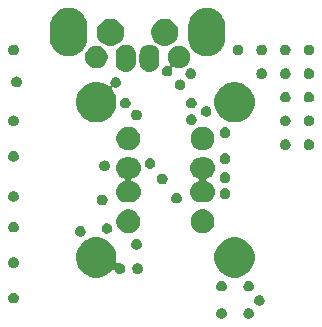
<source format=gbr>
G04 #@! TF.GenerationSoftware,KiCad,Pcbnew,(5.1.4)-1*
G04 #@! TF.CreationDate,2019-10-26T17:50:02-04:00*
G04 #@! TF.ProjectId,usb-vertical-splitter,7573622d-7665-4727-9469-63616c2d7370,0*
G04 #@! TF.SameCoordinates,Original*
G04 #@! TF.FileFunction,Soldermask,Bot*
G04 #@! TF.FilePolarity,Negative*
%FSLAX46Y46*%
G04 Gerber Fmt 4.6, Leading zero omitted, Abs format (unit mm)*
G04 Created by KiCad (PCBNEW (5.1.4)-1) date 2019-10-26 17:50:02*
%MOMM*%
%LPD*%
G04 APERTURE LIST*
%ADD10C,0.100000*%
G04 APERTURE END LIST*
D10*
G36*
X145031552Y-112866331D02*
G01*
X145113627Y-112900328D01*
X145113629Y-112900329D01*
X145150813Y-112925175D01*
X145187495Y-112949685D01*
X145250315Y-113012505D01*
X145299672Y-113086373D01*
X145333669Y-113168448D01*
X145351000Y-113255579D01*
X145351000Y-113344421D01*
X145333669Y-113431552D01*
X145299672Y-113513627D01*
X145299671Y-113513629D01*
X145250314Y-113587496D01*
X145187496Y-113650314D01*
X145113629Y-113699671D01*
X145113628Y-113699672D01*
X145113627Y-113699672D01*
X145031552Y-113733669D01*
X144944421Y-113751000D01*
X144855579Y-113751000D01*
X144768448Y-113733669D01*
X144686373Y-113699672D01*
X144686372Y-113699672D01*
X144686371Y-113699671D01*
X144612504Y-113650314D01*
X144549686Y-113587496D01*
X144500329Y-113513629D01*
X144500328Y-113513627D01*
X144466331Y-113431552D01*
X144449000Y-113344421D01*
X144449000Y-113255579D01*
X144466331Y-113168448D01*
X144500328Y-113086373D01*
X144549685Y-113012505D01*
X144612505Y-112949685D01*
X144649187Y-112925175D01*
X144686371Y-112900329D01*
X144686373Y-112900328D01*
X144768448Y-112866331D01*
X144855579Y-112849000D01*
X144944421Y-112849000D01*
X145031552Y-112866331D01*
X145031552Y-112866331D01*
G37*
G36*
X142731552Y-112866331D02*
G01*
X142813627Y-112900328D01*
X142813629Y-112900329D01*
X142850813Y-112925175D01*
X142887495Y-112949685D01*
X142950315Y-113012505D01*
X142999672Y-113086373D01*
X143033669Y-113168448D01*
X143051000Y-113255579D01*
X143051000Y-113344421D01*
X143033669Y-113431552D01*
X142999672Y-113513627D01*
X142999671Y-113513629D01*
X142950314Y-113587496D01*
X142887496Y-113650314D01*
X142813629Y-113699671D01*
X142813628Y-113699672D01*
X142813627Y-113699672D01*
X142731552Y-113733669D01*
X142644421Y-113751000D01*
X142555579Y-113751000D01*
X142468448Y-113733669D01*
X142386373Y-113699672D01*
X142386372Y-113699672D01*
X142386371Y-113699671D01*
X142312504Y-113650314D01*
X142249686Y-113587496D01*
X142200329Y-113513629D01*
X142200328Y-113513627D01*
X142166331Y-113431552D01*
X142149000Y-113344421D01*
X142149000Y-113255579D01*
X142166331Y-113168448D01*
X142200328Y-113086373D01*
X142249685Y-113012505D01*
X142312505Y-112949685D01*
X142349187Y-112925175D01*
X142386371Y-112900329D01*
X142386373Y-112900328D01*
X142468448Y-112866331D01*
X142555579Y-112849000D01*
X142644421Y-112849000D01*
X142731552Y-112866331D01*
X142731552Y-112866331D01*
G37*
G36*
X145931552Y-111766331D02*
G01*
X146013627Y-111800328D01*
X146013629Y-111800329D01*
X146050813Y-111825175D01*
X146087495Y-111849685D01*
X146150315Y-111912505D01*
X146199672Y-111986373D01*
X146233669Y-112068448D01*
X146251000Y-112155579D01*
X146251000Y-112244421D01*
X146233669Y-112331552D01*
X146205453Y-112399671D01*
X146199671Y-112413629D01*
X146150314Y-112487496D01*
X146087496Y-112550314D01*
X146013629Y-112599671D01*
X146013628Y-112599672D01*
X146013627Y-112599672D01*
X145931552Y-112633669D01*
X145844421Y-112651000D01*
X145755579Y-112651000D01*
X145668448Y-112633669D01*
X145586373Y-112599672D01*
X145586372Y-112599672D01*
X145586371Y-112599671D01*
X145512504Y-112550314D01*
X145449686Y-112487496D01*
X145400329Y-112413629D01*
X145394547Y-112399671D01*
X145366331Y-112331552D01*
X145349000Y-112244421D01*
X145349000Y-112155579D01*
X145366331Y-112068448D01*
X145400328Y-111986373D01*
X145449685Y-111912505D01*
X145512505Y-111849685D01*
X145549187Y-111825175D01*
X145586371Y-111800329D01*
X145586373Y-111800328D01*
X145668448Y-111766331D01*
X145755579Y-111749000D01*
X145844421Y-111749000D01*
X145931552Y-111766331D01*
X145931552Y-111766331D01*
G37*
G36*
X125131552Y-111566331D02*
G01*
X125213627Y-111600328D01*
X125213629Y-111600329D01*
X125287496Y-111649686D01*
X125350314Y-111712504D01*
X125386281Y-111766331D01*
X125399672Y-111786373D01*
X125433669Y-111868448D01*
X125451000Y-111955579D01*
X125451000Y-112044421D01*
X125433669Y-112131552D01*
X125399672Y-112213627D01*
X125399671Y-112213629D01*
X125350314Y-112287496D01*
X125287496Y-112350314D01*
X125213629Y-112399671D01*
X125213628Y-112399672D01*
X125213627Y-112399672D01*
X125131552Y-112433669D01*
X125044421Y-112451000D01*
X124955579Y-112451000D01*
X124868448Y-112433669D01*
X124786373Y-112399672D01*
X124786372Y-112399672D01*
X124786371Y-112399671D01*
X124712504Y-112350314D01*
X124649686Y-112287496D01*
X124600329Y-112213629D01*
X124600328Y-112213627D01*
X124566331Y-112131552D01*
X124549000Y-112044421D01*
X124549000Y-111955579D01*
X124566331Y-111868448D01*
X124600328Y-111786373D01*
X124613720Y-111766331D01*
X124649686Y-111712504D01*
X124712504Y-111649686D01*
X124786371Y-111600329D01*
X124786373Y-111600328D01*
X124868448Y-111566331D01*
X124955579Y-111549000D01*
X125044421Y-111549000D01*
X125131552Y-111566331D01*
X125131552Y-111566331D01*
G37*
G36*
X142731552Y-110566331D02*
G01*
X142813627Y-110600328D01*
X142813629Y-110600329D01*
X142850813Y-110625175D01*
X142887495Y-110649685D01*
X142950315Y-110712505D01*
X142999672Y-110786373D01*
X143033669Y-110868448D01*
X143051000Y-110955579D01*
X143051000Y-111044421D01*
X143033669Y-111131552D01*
X142999672Y-111213627D01*
X142999671Y-111213629D01*
X142950314Y-111287496D01*
X142887496Y-111350314D01*
X142813629Y-111399671D01*
X142813628Y-111399672D01*
X142813627Y-111399672D01*
X142731552Y-111433669D01*
X142644421Y-111451000D01*
X142555579Y-111451000D01*
X142468448Y-111433669D01*
X142386373Y-111399672D01*
X142386372Y-111399672D01*
X142386371Y-111399671D01*
X142312504Y-111350314D01*
X142249686Y-111287496D01*
X142200329Y-111213629D01*
X142200328Y-111213627D01*
X142166331Y-111131552D01*
X142149000Y-111044421D01*
X142149000Y-110955579D01*
X142166331Y-110868448D01*
X142200328Y-110786373D01*
X142249685Y-110712505D01*
X142312505Y-110649685D01*
X142349187Y-110625175D01*
X142386371Y-110600329D01*
X142386373Y-110600328D01*
X142468448Y-110566331D01*
X142555579Y-110549000D01*
X142644421Y-110549000D01*
X142731552Y-110566331D01*
X142731552Y-110566331D01*
G37*
G36*
X145031552Y-110566331D02*
G01*
X145113627Y-110600328D01*
X145113629Y-110600329D01*
X145150813Y-110625175D01*
X145187495Y-110649685D01*
X145250315Y-110712505D01*
X145299672Y-110786373D01*
X145333669Y-110868448D01*
X145351000Y-110955579D01*
X145351000Y-111044421D01*
X145333669Y-111131552D01*
X145299672Y-111213627D01*
X145299671Y-111213629D01*
X145250314Y-111287496D01*
X145187496Y-111350314D01*
X145113629Y-111399671D01*
X145113628Y-111399672D01*
X145113627Y-111399672D01*
X145031552Y-111433669D01*
X144944421Y-111451000D01*
X144855579Y-111451000D01*
X144768448Y-111433669D01*
X144686373Y-111399672D01*
X144686372Y-111399672D01*
X144686371Y-111399671D01*
X144612504Y-111350314D01*
X144549686Y-111287496D01*
X144500329Y-111213629D01*
X144500328Y-111213627D01*
X144466331Y-111131552D01*
X144449000Y-111044421D01*
X144449000Y-110955579D01*
X144466331Y-110868448D01*
X144500328Y-110786373D01*
X144549685Y-110712505D01*
X144612505Y-110649685D01*
X144649187Y-110625175D01*
X144686371Y-110600329D01*
X144686373Y-110600328D01*
X144768448Y-110566331D01*
X144855579Y-110549000D01*
X144944421Y-110549000D01*
X145031552Y-110566331D01*
X145031552Y-110566331D01*
G37*
G36*
X144206162Y-106934368D02*
G01*
X144515724Y-107062593D01*
X144608170Y-107124363D01*
X144794324Y-107248747D01*
X145031253Y-107485676D01*
X145037096Y-107494421D01*
X145217407Y-107764276D01*
X145345632Y-108073838D01*
X145411000Y-108402465D01*
X145411000Y-108737535D01*
X145345632Y-109066162D01*
X145217407Y-109375724D01*
X145217406Y-109375725D01*
X145031253Y-109654324D01*
X144794324Y-109891253D01*
X144608170Y-110015637D01*
X144515724Y-110077407D01*
X144206162Y-110205632D01*
X143877535Y-110271000D01*
X143542465Y-110271000D01*
X143213838Y-110205632D01*
X142904276Y-110077407D01*
X142811830Y-110015637D01*
X142625676Y-109891253D01*
X142388747Y-109654324D01*
X142202594Y-109375725D01*
X142202593Y-109375724D01*
X142074368Y-109066162D01*
X142009000Y-108737535D01*
X142009000Y-108402465D01*
X142074368Y-108073838D01*
X142202593Y-107764276D01*
X142382904Y-107494421D01*
X142388747Y-107485676D01*
X142625676Y-107248747D01*
X142811830Y-107124363D01*
X142904276Y-107062593D01*
X143213838Y-106934368D01*
X143542465Y-106869000D01*
X143877535Y-106869000D01*
X144206162Y-106934368D01*
X144206162Y-106934368D01*
G37*
G36*
X132496162Y-106934368D02*
G01*
X132805724Y-107062593D01*
X132898170Y-107124363D01*
X133084324Y-107248747D01*
X133321253Y-107485676D01*
X133327096Y-107494421D01*
X133507407Y-107764276D01*
X133635632Y-108073838D01*
X133701000Y-108402465D01*
X133701000Y-108737535D01*
X133660314Y-108942078D01*
X133657912Y-108966464D01*
X133660314Y-108990850D01*
X133667427Y-109014299D01*
X133678978Y-109035910D01*
X133694523Y-109054852D01*
X133713465Y-109070397D01*
X133735076Y-109081948D01*
X133758525Y-109089061D01*
X133782911Y-109091463D01*
X133807297Y-109089061D01*
X133830746Y-109081948D01*
X133868448Y-109066331D01*
X133955579Y-109049000D01*
X134044421Y-109049000D01*
X134131552Y-109066331D01*
X134213627Y-109100328D01*
X134213629Y-109100329D01*
X134250813Y-109125175D01*
X134287495Y-109149685D01*
X134350315Y-109212505D01*
X134399672Y-109286373D01*
X134433669Y-109368448D01*
X134451000Y-109455579D01*
X134451000Y-109544421D01*
X134433669Y-109631552D01*
X134424236Y-109654324D01*
X134399671Y-109713629D01*
X134350314Y-109787496D01*
X134287496Y-109850314D01*
X134213629Y-109899671D01*
X134213628Y-109899672D01*
X134213627Y-109899672D01*
X134131552Y-109933669D01*
X134044421Y-109951000D01*
X133955579Y-109951000D01*
X133868448Y-109933669D01*
X133786373Y-109899672D01*
X133786372Y-109899672D01*
X133786371Y-109899671D01*
X133712504Y-109850314D01*
X133649686Y-109787496D01*
X133600329Y-109713629D01*
X133575764Y-109654323D01*
X133567860Y-109635242D01*
X133556309Y-109613631D01*
X133540764Y-109594690D01*
X133521822Y-109579144D01*
X133500211Y-109567593D01*
X133476762Y-109560480D01*
X133452376Y-109558078D01*
X133427990Y-109560480D01*
X133404541Y-109567593D01*
X133382930Y-109579144D01*
X133363989Y-109594689D01*
X133348443Y-109613631D01*
X133321253Y-109654324D01*
X133084324Y-109891253D01*
X132898170Y-110015637D01*
X132805724Y-110077407D01*
X132496162Y-110205632D01*
X132167535Y-110271000D01*
X131832465Y-110271000D01*
X131503838Y-110205632D01*
X131194276Y-110077407D01*
X131101830Y-110015637D01*
X130915676Y-109891253D01*
X130678747Y-109654324D01*
X130492594Y-109375725D01*
X130492593Y-109375724D01*
X130364368Y-109066162D01*
X130299000Y-108737535D01*
X130299000Y-108402465D01*
X130364368Y-108073838D01*
X130492593Y-107764276D01*
X130672904Y-107494421D01*
X130678747Y-107485676D01*
X130915676Y-107248747D01*
X131101830Y-107124363D01*
X131194276Y-107062593D01*
X131503838Y-106934368D01*
X131832465Y-106869000D01*
X132167535Y-106869000D01*
X132496162Y-106934368D01*
X132496162Y-106934368D01*
G37*
G36*
X135631552Y-109066331D02*
G01*
X135713627Y-109100328D01*
X135713629Y-109100329D01*
X135750813Y-109125175D01*
X135787495Y-109149685D01*
X135850315Y-109212505D01*
X135899672Y-109286373D01*
X135933669Y-109368448D01*
X135951000Y-109455579D01*
X135951000Y-109544421D01*
X135933669Y-109631552D01*
X135924236Y-109654324D01*
X135899671Y-109713629D01*
X135850314Y-109787496D01*
X135787496Y-109850314D01*
X135713629Y-109899671D01*
X135713628Y-109899672D01*
X135713627Y-109899672D01*
X135631552Y-109933669D01*
X135544421Y-109951000D01*
X135455579Y-109951000D01*
X135368448Y-109933669D01*
X135286373Y-109899672D01*
X135286372Y-109899672D01*
X135286371Y-109899671D01*
X135212504Y-109850314D01*
X135149686Y-109787496D01*
X135100329Y-109713629D01*
X135075764Y-109654324D01*
X135066331Y-109631552D01*
X135049000Y-109544421D01*
X135049000Y-109455579D01*
X135066331Y-109368448D01*
X135100328Y-109286373D01*
X135149685Y-109212505D01*
X135212505Y-109149685D01*
X135249187Y-109125175D01*
X135286371Y-109100329D01*
X135286373Y-109100328D01*
X135368448Y-109066331D01*
X135455579Y-109049000D01*
X135544421Y-109049000D01*
X135631552Y-109066331D01*
X135631552Y-109066331D01*
G37*
G36*
X125131552Y-108566331D02*
G01*
X125213627Y-108600328D01*
X125213629Y-108600329D01*
X125250813Y-108625175D01*
X125287495Y-108649685D01*
X125350315Y-108712505D01*
X125399672Y-108786373D01*
X125433669Y-108868448D01*
X125451000Y-108955579D01*
X125451000Y-109044421D01*
X125433669Y-109131552D01*
X125399672Y-109213627D01*
X125351065Y-109286373D01*
X125350314Y-109287496D01*
X125287496Y-109350314D01*
X125213629Y-109399671D01*
X125213628Y-109399672D01*
X125213627Y-109399672D01*
X125131552Y-109433669D01*
X125044421Y-109451000D01*
X124955579Y-109451000D01*
X124868448Y-109433669D01*
X124786373Y-109399672D01*
X124786372Y-109399672D01*
X124786371Y-109399671D01*
X124712504Y-109350314D01*
X124649686Y-109287496D01*
X124648936Y-109286373D01*
X124600328Y-109213627D01*
X124566331Y-109131552D01*
X124549000Y-109044421D01*
X124549000Y-108955579D01*
X124566331Y-108868448D01*
X124600328Y-108786373D01*
X124649685Y-108712505D01*
X124712505Y-108649685D01*
X124749187Y-108625175D01*
X124786371Y-108600329D01*
X124786373Y-108600328D01*
X124868448Y-108566331D01*
X124955579Y-108549000D01*
X125044421Y-108549000D01*
X125131552Y-108566331D01*
X125131552Y-108566331D01*
G37*
G36*
X135531552Y-107016331D02*
G01*
X135613627Y-107050328D01*
X135613629Y-107050329D01*
X135650813Y-107075175D01*
X135687495Y-107099685D01*
X135750315Y-107162505D01*
X135799672Y-107236373D01*
X135833669Y-107318448D01*
X135851000Y-107405579D01*
X135851000Y-107494421D01*
X135833669Y-107581552D01*
X135799672Y-107663627D01*
X135799671Y-107663629D01*
X135750314Y-107737496D01*
X135687496Y-107800314D01*
X135613629Y-107849671D01*
X135613628Y-107849672D01*
X135613627Y-107849672D01*
X135531552Y-107883669D01*
X135444421Y-107901000D01*
X135355579Y-107901000D01*
X135268448Y-107883669D01*
X135186373Y-107849672D01*
X135186372Y-107849672D01*
X135186371Y-107849671D01*
X135112504Y-107800314D01*
X135049686Y-107737496D01*
X135000329Y-107663629D01*
X135000328Y-107663627D01*
X134966331Y-107581552D01*
X134949000Y-107494421D01*
X134949000Y-107405579D01*
X134966331Y-107318448D01*
X135000328Y-107236373D01*
X135049685Y-107162505D01*
X135112505Y-107099685D01*
X135149187Y-107075175D01*
X135186371Y-107050329D01*
X135186373Y-107050328D01*
X135268448Y-107016331D01*
X135355579Y-106999000D01*
X135444421Y-106999000D01*
X135531552Y-107016331D01*
X135531552Y-107016331D01*
G37*
G36*
X130781552Y-105916331D02*
G01*
X130863627Y-105950328D01*
X130863629Y-105950329D01*
X130890746Y-105968448D01*
X130937495Y-105999685D01*
X131000315Y-106062505D01*
X131049672Y-106136373D01*
X131083669Y-106218448D01*
X131101000Y-106305579D01*
X131101000Y-106394421D01*
X131083669Y-106481552D01*
X131062081Y-106533669D01*
X131049671Y-106563629D01*
X131000314Y-106637496D01*
X130937496Y-106700314D01*
X130863629Y-106749671D01*
X130863628Y-106749672D01*
X130863627Y-106749672D01*
X130781552Y-106783669D01*
X130694421Y-106801000D01*
X130605579Y-106801000D01*
X130518448Y-106783669D01*
X130436373Y-106749672D01*
X130436372Y-106749672D01*
X130436371Y-106749671D01*
X130362504Y-106700314D01*
X130299686Y-106637496D01*
X130250329Y-106563629D01*
X130237919Y-106533669D01*
X130216331Y-106481552D01*
X130199000Y-106394421D01*
X130199000Y-106305579D01*
X130216331Y-106218448D01*
X130250328Y-106136373D01*
X130299685Y-106062505D01*
X130362505Y-105999685D01*
X130409254Y-105968448D01*
X130436371Y-105950329D01*
X130436373Y-105950328D01*
X130518448Y-105916331D01*
X130605579Y-105899000D01*
X130694421Y-105899000D01*
X130781552Y-105916331D01*
X130781552Y-105916331D01*
G37*
G36*
X133031552Y-105666331D02*
G01*
X133113627Y-105700328D01*
X133113629Y-105700329D01*
X133131850Y-105712504D01*
X133187495Y-105749685D01*
X133250315Y-105812505D01*
X133299672Y-105886373D01*
X133333669Y-105968448D01*
X133351000Y-106055579D01*
X133351000Y-106144421D01*
X133333669Y-106231552D01*
X133299672Y-106313627D01*
X133250315Y-106387495D01*
X133187495Y-106450315D01*
X133169211Y-106462532D01*
X133113629Y-106499671D01*
X133113628Y-106499672D01*
X133113627Y-106499672D01*
X133031552Y-106533669D01*
X132944421Y-106551000D01*
X132855579Y-106551000D01*
X132768448Y-106533669D01*
X132686373Y-106499672D01*
X132686372Y-106499672D01*
X132686371Y-106499671D01*
X132630789Y-106462532D01*
X132612505Y-106450315D01*
X132549685Y-106387495D01*
X132500328Y-106313627D01*
X132466331Y-106231552D01*
X132449000Y-106144421D01*
X132449000Y-106055579D01*
X132466331Y-105968448D01*
X132500328Y-105886373D01*
X132549685Y-105812505D01*
X132612505Y-105749685D01*
X132668150Y-105712504D01*
X132686371Y-105700329D01*
X132686373Y-105700328D01*
X132768448Y-105666331D01*
X132855579Y-105649000D01*
X132944421Y-105649000D01*
X133031552Y-105666331D01*
X133031552Y-105666331D01*
G37*
G36*
X141291981Y-104537468D02*
G01*
X141474151Y-104612926D01*
X141638100Y-104722473D01*
X141777527Y-104861900D01*
X141887074Y-105025849D01*
X141962532Y-105208019D01*
X142001000Y-105401410D01*
X142001000Y-105598590D01*
X141962532Y-105791981D01*
X141930858Y-105868448D01*
X141894767Y-105955580D01*
X141887074Y-105974151D01*
X141777527Y-106138100D01*
X141638100Y-106277527D01*
X141474151Y-106387074D01*
X141474150Y-106387075D01*
X141474149Y-106387075D01*
X141443737Y-106399672D01*
X141291981Y-106462532D01*
X141196361Y-106481552D01*
X141098591Y-106501000D01*
X140901409Y-106501000D01*
X140803639Y-106481552D01*
X140708019Y-106462532D01*
X140556263Y-106399672D01*
X140525851Y-106387075D01*
X140525850Y-106387075D01*
X140525849Y-106387074D01*
X140361900Y-106277527D01*
X140222473Y-106138100D01*
X140112926Y-105974151D01*
X140105234Y-105955580D01*
X140069142Y-105868448D01*
X140037468Y-105791981D01*
X139999000Y-105598590D01*
X139999000Y-105401410D01*
X140037468Y-105208019D01*
X140112926Y-105025849D01*
X140222473Y-104861900D01*
X140361900Y-104722473D01*
X140525849Y-104612926D01*
X140708019Y-104537468D01*
X140901409Y-104499000D01*
X141098591Y-104499000D01*
X141291981Y-104537468D01*
X141291981Y-104537468D01*
G37*
G36*
X135001981Y-104537468D02*
G01*
X135184151Y-104612926D01*
X135348100Y-104722473D01*
X135487527Y-104861900D01*
X135597074Y-105025849D01*
X135672532Y-105208019D01*
X135711000Y-105401410D01*
X135711000Y-105598590D01*
X135672532Y-105791981D01*
X135640858Y-105868448D01*
X135604767Y-105955580D01*
X135597074Y-105974151D01*
X135487527Y-106138100D01*
X135348100Y-106277527D01*
X135184151Y-106387074D01*
X135184150Y-106387075D01*
X135184149Y-106387075D01*
X135153737Y-106399672D01*
X135001981Y-106462532D01*
X134906361Y-106481552D01*
X134808591Y-106501000D01*
X134611409Y-106501000D01*
X134513639Y-106481552D01*
X134418019Y-106462532D01*
X134266263Y-106399672D01*
X134235851Y-106387075D01*
X134235850Y-106387075D01*
X134235849Y-106387074D01*
X134071900Y-106277527D01*
X133932473Y-106138100D01*
X133822926Y-105974151D01*
X133815234Y-105955580D01*
X133779142Y-105868448D01*
X133747468Y-105791981D01*
X133709000Y-105598590D01*
X133709000Y-105401410D01*
X133747468Y-105208019D01*
X133822926Y-105025849D01*
X133932473Y-104861900D01*
X134071900Y-104722473D01*
X134235849Y-104612926D01*
X134418019Y-104537468D01*
X134611409Y-104499000D01*
X134808591Y-104499000D01*
X135001981Y-104537468D01*
X135001981Y-104537468D01*
G37*
G36*
X125131552Y-105566331D02*
G01*
X125213627Y-105600328D01*
X125213629Y-105600329D01*
X125250813Y-105625175D01*
X125287495Y-105649685D01*
X125350315Y-105712505D01*
X125399672Y-105786373D01*
X125433669Y-105868448D01*
X125451000Y-105955579D01*
X125451000Y-106044421D01*
X125433669Y-106131552D01*
X125428338Y-106144421D01*
X125399671Y-106213629D01*
X125350314Y-106287496D01*
X125287496Y-106350314D01*
X125213629Y-106399671D01*
X125213628Y-106399672D01*
X125213627Y-106399672D01*
X125131552Y-106433669D01*
X125044421Y-106451000D01*
X124955579Y-106451000D01*
X124868448Y-106433669D01*
X124786373Y-106399672D01*
X124786372Y-106399672D01*
X124786371Y-106399671D01*
X124712504Y-106350314D01*
X124649686Y-106287496D01*
X124600329Y-106213629D01*
X124571662Y-106144421D01*
X124566331Y-106131552D01*
X124549000Y-106044421D01*
X124549000Y-105955579D01*
X124566331Y-105868448D01*
X124600328Y-105786373D01*
X124649685Y-105712505D01*
X124712505Y-105649685D01*
X124749187Y-105625175D01*
X124786371Y-105600329D01*
X124786373Y-105600328D01*
X124868448Y-105566331D01*
X124955579Y-105549000D01*
X125044421Y-105549000D01*
X125131552Y-105566331D01*
X125131552Y-105566331D01*
G37*
G36*
X132631552Y-103266331D02*
G01*
X132713627Y-103300328D01*
X132713629Y-103300329D01*
X132750813Y-103325175D01*
X132787495Y-103349685D01*
X132850315Y-103412505D01*
X132899672Y-103486373D01*
X132933669Y-103568448D01*
X132951000Y-103655579D01*
X132951000Y-103744421D01*
X132933669Y-103831552D01*
X132905186Y-103900314D01*
X132899671Y-103913629D01*
X132850314Y-103987496D01*
X132787496Y-104050314D01*
X132713629Y-104099671D01*
X132713628Y-104099672D01*
X132713627Y-104099672D01*
X132631552Y-104133669D01*
X132544421Y-104151000D01*
X132455579Y-104151000D01*
X132368448Y-104133669D01*
X132286373Y-104099672D01*
X132286372Y-104099672D01*
X132286371Y-104099671D01*
X132212504Y-104050314D01*
X132149686Y-103987496D01*
X132100329Y-103913629D01*
X132094814Y-103900314D01*
X132066331Y-103831552D01*
X132049000Y-103744421D01*
X132049000Y-103655579D01*
X132066331Y-103568448D01*
X132100328Y-103486373D01*
X132149685Y-103412505D01*
X132212505Y-103349685D01*
X132249187Y-103325175D01*
X132286371Y-103300329D01*
X132286373Y-103300328D01*
X132368448Y-103266331D01*
X132455579Y-103249000D01*
X132544421Y-103249000D01*
X132631552Y-103266331D01*
X132631552Y-103266331D01*
G37*
G36*
X138931552Y-103116331D02*
G01*
X139013627Y-103150328D01*
X139013629Y-103150329D01*
X139050813Y-103175175D01*
X139087495Y-103199685D01*
X139150315Y-103262505D01*
X139199672Y-103336373D01*
X139233669Y-103418448D01*
X139251000Y-103505579D01*
X139251000Y-103594421D01*
X139233669Y-103681552D01*
X139199672Y-103763627D01*
X139150315Y-103837495D01*
X139087495Y-103900315D01*
X139067572Y-103913627D01*
X139013629Y-103949671D01*
X139013628Y-103949672D01*
X139013627Y-103949672D01*
X138931552Y-103983669D01*
X138844421Y-104001000D01*
X138755579Y-104001000D01*
X138668448Y-103983669D01*
X138586373Y-103949672D01*
X138586372Y-103949672D01*
X138586371Y-103949671D01*
X138532428Y-103913627D01*
X138512505Y-103900315D01*
X138449685Y-103837495D01*
X138400328Y-103763627D01*
X138366331Y-103681552D01*
X138349000Y-103594421D01*
X138349000Y-103505579D01*
X138366331Y-103418448D01*
X138400328Y-103336373D01*
X138449685Y-103262505D01*
X138512505Y-103199685D01*
X138549187Y-103175175D01*
X138586371Y-103150329D01*
X138586373Y-103150328D01*
X138668448Y-103116331D01*
X138755579Y-103099000D01*
X138844421Y-103099000D01*
X138931552Y-103116331D01*
X138931552Y-103116331D01*
G37*
G36*
X134970443Y-100105519D02*
G01*
X135036627Y-100112037D01*
X135206466Y-100163557D01*
X135362991Y-100247222D01*
X135365993Y-100249686D01*
X135500186Y-100359814D01*
X135560796Y-100433669D01*
X135612778Y-100497009D01*
X135696443Y-100653534D01*
X135747963Y-100823373D01*
X135765359Y-101000000D01*
X135747963Y-101176627D01*
X135696443Y-101346466D01*
X135612778Y-101502991D01*
X135598549Y-101520329D01*
X135500186Y-101640186D01*
X135398729Y-101723448D01*
X135362991Y-101752778D01*
X135206466Y-101836443D01*
X135061608Y-101880385D01*
X135038974Y-101889761D01*
X135018600Y-101903374D01*
X135001273Y-101920701D01*
X134987659Y-101941076D01*
X134978282Y-101963714D01*
X134973501Y-101987748D01*
X134973501Y-102012252D01*
X134978281Y-102036285D01*
X134987659Y-102058924D01*
X135001272Y-102079298D01*
X135018599Y-102096625D01*
X135038974Y-102110239D01*
X135061608Y-102119615D01*
X135206466Y-102163557D01*
X135362991Y-102247222D01*
X135367594Y-102251000D01*
X135500186Y-102359814D01*
X135583448Y-102461271D01*
X135612778Y-102497009D01*
X135696443Y-102653534D01*
X135747963Y-102823373D01*
X135765359Y-103000000D01*
X135747963Y-103176627D01*
X135696443Y-103346466D01*
X135612778Y-103502991D01*
X135610653Y-103505580D01*
X135500186Y-103640186D01*
X135398729Y-103723448D01*
X135362991Y-103752778D01*
X135206466Y-103836443D01*
X135036627Y-103887963D01*
X134970442Y-103894482D01*
X134904260Y-103901000D01*
X134515740Y-103901000D01*
X134449558Y-103894482D01*
X134383373Y-103887963D01*
X134213534Y-103836443D01*
X134057009Y-103752778D01*
X134021271Y-103723448D01*
X133919814Y-103640186D01*
X133809347Y-103505580D01*
X133807222Y-103502991D01*
X133723557Y-103346466D01*
X133672037Y-103176627D01*
X133654641Y-103000000D01*
X133672037Y-102823373D01*
X133723557Y-102653534D01*
X133807222Y-102497009D01*
X133836552Y-102461271D01*
X133919814Y-102359814D01*
X134052406Y-102251000D01*
X134057009Y-102247222D01*
X134213534Y-102163557D01*
X134358392Y-102119615D01*
X134381026Y-102110239D01*
X134401400Y-102096626D01*
X134418727Y-102079299D01*
X134432341Y-102058924D01*
X134441718Y-102036286D01*
X134446499Y-102012252D01*
X134446499Y-101987748D01*
X134441719Y-101963715D01*
X134432341Y-101941076D01*
X134418728Y-101920702D01*
X134401401Y-101903375D01*
X134381026Y-101889761D01*
X134358392Y-101880385D01*
X134213534Y-101836443D01*
X134057009Y-101752778D01*
X134021271Y-101723448D01*
X133919814Y-101640186D01*
X133821451Y-101520329D01*
X133807222Y-101502991D01*
X133723557Y-101346466D01*
X133672037Y-101176627D01*
X133654641Y-101000000D01*
X133672037Y-100823373D01*
X133723557Y-100653534D01*
X133807222Y-100497009D01*
X133859204Y-100433669D01*
X133919814Y-100359814D01*
X134054007Y-100249686D01*
X134057009Y-100247222D01*
X134213534Y-100163557D01*
X134383373Y-100112037D01*
X134449557Y-100105519D01*
X134515740Y-100099000D01*
X134904260Y-100099000D01*
X134970443Y-100105519D01*
X134970443Y-100105519D01*
G37*
G36*
X141260443Y-100105519D02*
G01*
X141326627Y-100112037D01*
X141496466Y-100163557D01*
X141652991Y-100247222D01*
X141655993Y-100249686D01*
X141790186Y-100359814D01*
X141850796Y-100433669D01*
X141902778Y-100497009D01*
X141986443Y-100653534D01*
X142037963Y-100823373D01*
X142055359Y-101000000D01*
X142037963Y-101176627D01*
X141986443Y-101346466D01*
X141902778Y-101502991D01*
X141888549Y-101520329D01*
X141790186Y-101640186D01*
X141688729Y-101723448D01*
X141652991Y-101752778D01*
X141496466Y-101836443D01*
X141351608Y-101880385D01*
X141328974Y-101889761D01*
X141308600Y-101903374D01*
X141291273Y-101920701D01*
X141277659Y-101941076D01*
X141268282Y-101963714D01*
X141263501Y-101987748D01*
X141263501Y-102012252D01*
X141268281Y-102036285D01*
X141277659Y-102058924D01*
X141291272Y-102079298D01*
X141308599Y-102096625D01*
X141328974Y-102110239D01*
X141351608Y-102119615D01*
X141496466Y-102163557D01*
X141652991Y-102247222D01*
X141657594Y-102251000D01*
X141790186Y-102359814D01*
X141873448Y-102461271D01*
X141902778Y-102497009D01*
X141986443Y-102653534D01*
X142037963Y-102823373D01*
X142055359Y-103000000D01*
X142037963Y-103176627D01*
X141986443Y-103346466D01*
X141902778Y-103502991D01*
X141900653Y-103505580D01*
X141790186Y-103640186D01*
X141688729Y-103723448D01*
X141652991Y-103752778D01*
X141496466Y-103836443D01*
X141326627Y-103887963D01*
X141260442Y-103894482D01*
X141194260Y-103901000D01*
X140805740Y-103901000D01*
X140739558Y-103894482D01*
X140673373Y-103887963D01*
X140503534Y-103836443D01*
X140347009Y-103752778D01*
X140311271Y-103723448D01*
X140209814Y-103640186D01*
X140099347Y-103505580D01*
X140097222Y-103502991D01*
X140013557Y-103346466D01*
X139962037Y-103176627D01*
X139944641Y-103000000D01*
X139962037Y-102823373D01*
X140013557Y-102653534D01*
X140097222Y-102497009D01*
X140126552Y-102461271D01*
X140209814Y-102359814D01*
X140342406Y-102251000D01*
X140347009Y-102247222D01*
X140503534Y-102163557D01*
X140648392Y-102119615D01*
X140671026Y-102110239D01*
X140691400Y-102096626D01*
X140708727Y-102079299D01*
X140722341Y-102058924D01*
X140731718Y-102036286D01*
X140736499Y-102012252D01*
X140736499Y-101987748D01*
X140731719Y-101963715D01*
X140722341Y-101941076D01*
X140708728Y-101920702D01*
X140691401Y-101903375D01*
X140671026Y-101889761D01*
X140648392Y-101880385D01*
X140503534Y-101836443D01*
X140347009Y-101752778D01*
X140311271Y-101723448D01*
X140209814Y-101640186D01*
X140111451Y-101520329D01*
X140097222Y-101502991D01*
X140013557Y-101346466D01*
X139962037Y-101176627D01*
X139944641Y-101000000D01*
X139962037Y-100823373D01*
X140013557Y-100653534D01*
X140097222Y-100497009D01*
X140149204Y-100433669D01*
X140209814Y-100359814D01*
X140344007Y-100249686D01*
X140347009Y-100247222D01*
X140503534Y-100163557D01*
X140673373Y-100112037D01*
X140739557Y-100105519D01*
X140805740Y-100099000D01*
X141194260Y-100099000D01*
X141260443Y-100105519D01*
X141260443Y-100105519D01*
G37*
G36*
X125131552Y-102966331D02*
G01*
X125212835Y-103000000D01*
X125213629Y-103000329D01*
X125240746Y-103018448D01*
X125287495Y-103049685D01*
X125350315Y-103112505D01*
X125399672Y-103186373D01*
X125433669Y-103268448D01*
X125451000Y-103355579D01*
X125451000Y-103444421D01*
X125433669Y-103531552D01*
X125399672Y-103613627D01*
X125350315Y-103687495D01*
X125287495Y-103750315D01*
X125283807Y-103752779D01*
X125213629Y-103799671D01*
X125213628Y-103799672D01*
X125213627Y-103799672D01*
X125131552Y-103833669D01*
X125044421Y-103851000D01*
X124955579Y-103851000D01*
X124868448Y-103833669D01*
X124786373Y-103799672D01*
X124786372Y-103799672D01*
X124786371Y-103799671D01*
X124716193Y-103752779D01*
X124712505Y-103750315D01*
X124649685Y-103687495D01*
X124600328Y-103613627D01*
X124566331Y-103531552D01*
X124549000Y-103444421D01*
X124549000Y-103355579D01*
X124566331Y-103268448D01*
X124600328Y-103186373D01*
X124649685Y-103112505D01*
X124712505Y-103049685D01*
X124759254Y-103018448D01*
X124786371Y-103000329D01*
X124787165Y-103000000D01*
X124868448Y-102966331D01*
X124955579Y-102949000D01*
X125044421Y-102949000D01*
X125131552Y-102966331D01*
X125131552Y-102966331D01*
G37*
G36*
X143031552Y-102716331D02*
G01*
X143113627Y-102750328D01*
X143113629Y-102750329D01*
X143150813Y-102775175D01*
X143187495Y-102799685D01*
X143250315Y-102862505D01*
X143299672Y-102936373D01*
X143333669Y-103018448D01*
X143351000Y-103105579D01*
X143351000Y-103194421D01*
X143333669Y-103281552D01*
X143299672Y-103363627D01*
X143250315Y-103437495D01*
X143187495Y-103500315D01*
X143179615Y-103505580D01*
X143113629Y-103549671D01*
X143113628Y-103549672D01*
X143113627Y-103549672D01*
X143031552Y-103583669D01*
X142944421Y-103601000D01*
X142855579Y-103601000D01*
X142768448Y-103583669D01*
X142686373Y-103549672D01*
X142686372Y-103549672D01*
X142686371Y-103549671D01*
X142620385Y-103505580D01*
X142612505Y-103500315D01*
X142549685Y-103437495D01*
X142500328Y-103363627D01*
X142466331Y-103281552D01*
X142449000Y-103194421D01*
X142449000Y-103105579D01*
X142466331Y-103018448D01*
X142500328Y-102936373D01*
X142549685Y-102862505D01*
X142612505Y-102799685D01*
X142649187Y-102775175D01*
X142686371Y-102750329D01*
X142686373Y-102750328D01*
X142768448Y-102716331D01*
X142855579Y-102699000D01*
X142944421Y-102699000D01*
X143031552Y-102716331D01*
X143031552Y-102716331D01*
G37*
G36*
X137711552Y-101486331D02*
G01*
X137793627Y-101520328D01*
X137793629Y-101520329D01*
X137830813Y-101545175D01*
X137867495Y-101569685D01*
X137930315Y-101632505D01*
X137979672Y-101706373D01*
X138013669Y-101788448D01*
X138031000Y-101875579D01*
X138031000Y-101964421D01*
X138013669Y-102051552D01*
X137988615Y-102112037D01*
X137979671Y-102133629D01*
X137930314Y-102207496D01*
X137867496Y-102270314D01*
X137793629Y-102319671D01*
X137793628Y-102319672D01*
X137793627Y-102319672D01*
X137711552Y-102353669D01*
X137624421Y-102371000D01*
X137535579Y-102371000D01*
X137448448Y-102353669D01*
X137366373Y-102319672D01*
X137366372Y-102319672D01*
X137366371Y-102319671D01*
X137292504Y-102270314D01*
X137229686Y-102207496D01*
X137180329Y-102133629D01*
X137171385Y-102112037D01*
X137146331Y-102051552D01*
X137129000Y-101964421D01*
X137129000Y-101875579D01*
X137146331Y-101788448D01*
X137180328Y-101706373D01*
X137229685Y-101632505D01*
X137292505Y-101569685D01*
X137329187Y-101545175D01*
X137366371Y-101520329D01*
X137366373Y-101520328D01*
X137448448Y-101486331D01*
X137535579Y-101469000D01*
X137624421Y-101469000D01*
X137711552Y-101486331D01*
X137711552Y-101486331D01*
G37*
G36*
X143031552Y-101366331D02*
G01*
X143113627Y-101400328D01*
X143113629Y-101400329D01*
X143187496Y-101449686D01*
X143250314Y-101512504D01*
X143288522Y-101569685D01*
X143299672Y-101586373D01*
X143333669Y-101668448D01*
X143351000Y-101755579D01*
X143351000Y-101844421D01*
X143333669Y-101931552D01*
X143299672Y-102013627D01*
X143299671Y-102013629D01*
X143284532Y-102036286D01*
X143269406Y-102058924D01*
X143250314Y-102087496D01*
X143187496Y-102150314D01*
X143113629Y-102199671D01*
X143113628Y-102199672D01*
X143113627Y-102199672D01*
X143031552Y-102233669D01*
X142944421Y-102251000D01*
X142855579Y-102251000D01*
X142768448Y-102233669D01*
X142686373Y-102199672D01*
X142686372Y-102199672D01*
X142686371Y-102199671D01*
X142612504Y-102150314D01*
X142549686Y-102087496D01*
X142530595Y-102058924D01*
X142515468Y-102036286D01*
X142500329Y-102013629D01*
X142500328Y-102013627D01*
X142466331Y-101931552D01*
X142449000Y-101844421D01*
X142449000Y-101755579D01*
X142466331Y-101668448D01*
X142500328Y-101586373D01*
X142511479Y-101569685D01*
X142549686Y-101512504D01*
X142612504Y-101449686D01*
X142686371Y-101400329D01*
X142686373Y-101400328D01*
X142768448Y-101366331D01*
X142855579Y-101349000D01*
X142944421Y-101349000D01*
X143031552Y-101366331D01*
X143031552Y-101366331D01*
G37*
G36*
X132831552Y-100366331D02*
G01*
X132912043Y-100399672D01*
X132913629Y-100400329D01*
X132950813Y-100425175D01*
X132987495Y-100449685D01*
X133050315Y-100512505D01*
X133099672Y-100586373D01*
X133133669Y-100668448D01*
X133151000Y-100755579D01*
X133151000Y-100844421D01*
X133133669Y-100931552D01*
X133099672Y-101013627D01*
X133099671Y-101013629D01*
X133050314Y-101087496D01*
X132987496Y-101150314D01*
X132913629Y-101199671D01*
X132913628Y-101199672D01*
X132913627Y-101199672D01*
X132831552Y-101233669D01*
X132744421Y-101251000D01*
X132655579Y-101251000D01*
X132568448Y-101233669D01*
X132486373Y-101199672D01*
X132486372Y-101199672D01*
X132486371Y-101199671D01*
X132412504Y-101150314D01*
X132349686Y-101087496D01*
X132300329Y-101013629D01*
X132300328Y-101013627D01*
X132266331Y-100931552D01*
X132249000Y-100844421D01*
X132249000Y-100755579D01*
X132266331Y-100668448D01*
X132300328Y-100586373D01*
X132349685Y-100512505D01*
X132412505Y-100449685D01*
X132449187Y-100425175D01*
X132486371Y-100400329D01*
X132487957Y-100399672D01*
X132568448Y-100366331D01*
X132655579Y-100349000D01*
X132744421Y-100349000D01*
X132831552Y-100366331D01*
X132831552Y-100366331D01*
G37*
G36*
X136681552Y-100166331D02*
G01*
X136763627Y-100200328D01*
X136763629Y-100200329D01*
X136800813Y-100225175D01*
X136833809Y-100247222D01*
X136837496Y-100249686D01*
X136900314Y-100312504D01*
X136936281Y-100366331D01*
X136949672Y-100386373D01*
X136983669Y-100468448D01*
X137001000Y-100555579D01*
X137001000Y-100644421D01*
X136983669Y-100731552D01*
X136949672Y-100813627D01*
X136949671Y-100813629D01*
X136900314Y-100887496D01*
X136837496Y-100950314D01*
X136763629Y-100999671D01*
X136763628Y-100999672D01*
X136763627Y-100999672D01*
X136681552Y-101033669D01*
X136594421Y-101051000D01*
X136505579Y-101051000D01*
X136418448Y-101033669D01*
X136336373Y-100999672D01*
X136336372Y-100999672D01*
X136336371Y-100999671D01*
X136262504Y-100950314D01*
X136199686Y-100887496D01*
X136150329Y-100813629D01*
X136150328Y-100813627D01*
X136116331Y-100731552D01*
X136099000Y-100644421D01*
X136099000Y-100555579D01*
X136116331Y-100468448D01*
X136150328Y-100386373D01*
X136163720Y-100366331D01*
X136199686Y-100312504D01*
X136262504Y-100249686D01*
X136266192Y-100247222D01*
X136299187Y-100225175D01*
X136336371Y-100200329D01*
X136336373Y-100200328D01*
X136418448Y-100166331D01*
X136505579Y-100149000D01*
X136594421Y-100149000D01*
X136681552Y-100166331D01*
X136681552Y-100166331D01*
G37*
G36*
X143031552Y-99766331D02*
G01*
X143113627Y-99800328D01*
X143113629Y-99800329D01*
X143150813Y-99825175D01*
X143187495Y-99849685D01*
X143250315Y-99912505D01*
X143299672Y-99986373D01*
X143333669Y-100068448D01*
X143351000Y-100155579D01*
X143351000Y-100244421D01*
X143333669Y-100331552D01*
X143305180Y-100400329D01*
X143299671Y-100413629D01*
X143275579Y-100449685D01*
X143250315Y-100487495D01*
X143187495Y-100550315D01*
X143179615Y-100555580D01*
X143113629Y-100599671D01*
X143113628Y-100599672D01*
X143113627Y-100599672D01*
X143031552Y-100633669D01*
X142944421Y-100651000D01*
X142855579Y-100651000D01*
X142768448Y-100633669D01*
X142686373Y-100599672D01*
X142686372Y-100599672D01*
X142686371Y-100599671D01*
X142620385Y-100555580D01*
X142612505Y-100550315D01*
X142549685Y-100487495D01*
X142524421Y-100449685D01*
X142500329Y-100413629D01*
X142494820Y-100400329D01*
X142466331Y-100331552D01*
X142449000Y-100244421D01*
X142449000Y-100155579D01*
X142466331Y-100068448D01*
X142500328Y-99986373D01*
X142549685Y-99912505D01*
X142612505Y-99849685D01*
X142649187Y-99825175D01*
X142686371Y-99800329D01*
X142686373Y-99800328D01*
X142768448Y-99766331D01*
X142855579Y-99749000D01*
X142944421Y-99749000D01*
X143031552Y-99766331D01*
X143031552Y-99766331D01*
G37*
G36*
X125131552Y-99566331D02*
G01*
X125213627Y-99600328D01*
X125213629Y-99600329D01*
X125287496Y-99649686D01*
X125350314Y-99712504D01*
X125386281Y-99766331D01*
X125399672Y-99786373D01*
X125433669Y-99868448D01*
X125451000Y-99955579D01*
X125451000Y-100044421D01*
X125433669Y-100131552D01*
X125399672Y-100213627D01*
X125350315Y-100287495D01*
X125287495Y-100350315D01*
X125273277Y-100359815D01*
X125213629Y-100399671D01*
X125213628Y-100399672D01*
X125213627Y-100399672D01*
X125131552Y-100433669D01*
X125044421Y-100451000D01*
X124955579Y-100451000D01*
X124868448Y-100433669D01*
X124786373Y-100399672D01*
X124786372Y-100399672D01*
X124786371Y-100399671D01*
X124726723Y-100359815D01*
X124712505Y-100350315D01*
X124649685Y-100287495D01*
X124600328Y-100213627D01*
X124566331Y-100131552D01*
X124549000Y-100044421D01*
X124549000Y-99955579D01*
X124566331Y-99868448D01*
X124600328Y-99786373D01*
X124613720Y-99766331D01*
X124649686Y-99712504D01*
X124712504Y-99649686D01*
X124786371Y-99600329D01*
X124786373Y-99600328D01*
X124868448Y-99566331D01*
X124955579Y-99549000D01*
X125044421Y-99549000D01*
X125131552Y-99566331D01*
X125131552Y-99566331D01*
G37*
G36*
X135001981Y-97537468D02*
G01*
X135071664Y-97566332D01*
X135153740Y-97600329D01*
X135184151Y-97612926D01*
X135348100Y-97722473D01*
X135487527Y-97861900D01*
X135597074Y-98025849D01*
X135597075Y-98025851D01*
X135604767Y-98044421D01*
X135672532Y-98208019D01*
X135711000Y-98401410D01*
X135711000Y-98598590D01*
X135673648Y-98786373D01*
X135672532Y-98791980D01*
X135604767Y-98955580D01*
X135597074Y-98974151D01*
X135487527Y-99138100D01*
X135348100Y-99277527D01*
X135184151Y-99387074D01*
X135184150Y-99387075D01*
X135184149Y-99387075D01*
X135153737Y-99399672D01*
X135001981Y-99462532D01*
X134905285Y-99481766D01*
X134808591Y-99501000D01*
X134611409Y-99501000D01*
X134514715Y-99481766D01*
X134418019Y-99462532D01*
X134266263Y-99399672D01*
X134235851Y-99387075D01*
X134235850Y-99387075D01*
X134235849Y-99387074D01*
X134071900Y-99277527D01*
X133932473Y-99138100D01*
X133822926Y-98974151D01*
X133815234Y-98955580D01*
X133747468Y-98791980D01*
X133746353Y-98786373D01*
X133709000Y-98598590D01*
X133709000Y-98401410D01*
X133747468Y-98208019D01*
X133815233Y-98044421D01*
X133822925Y-98025851D01*
X133822926Y-98025849D01*
X133932473Y-97861900D01*
X134071900Y-97722473D01*
X134235849Y-97612926D01*
X134266261Y-97600329D01*
X134348336Y-97566332D01*
X134418019Y-97537468D01*
X134611409Y-97499000D01*
X134808591Y-97499000D01*
X135001981Y-97537468D01*
X135001981Y-97537468D01*
G37*
G36*
X141291981Y-97537468D02*
G01*
X141361664Y-97566332D01*
X141443740Y-97600329D01*
X141474151Y-97612926D01*
X141638100Y-97722473D01*
X141777527Y-97861900D01*
X141887074Y-98025849D01*
X141887075Y-98025851D01*
X141894767Y-98044421D01*
X141962532Y-98208019D01*
X142001000Y-98401410D01*
X142001000Y-98598590D01*
X141963648Y-98786373D01*
X141962532Y-98791980D01*
X141894767Y-98955580D01*
X141887074Y-98974151D01*
X141777527Y-99138100D01*
X141638100Y-99277527D01*
X141474151Y-99387074D01*
X141474150Y-99387075D01*
X141474149Y-99387075D01*
X141443737Y-99399672D01*
X141291981Y-99462532D01*
X141195285Y-99481766D01*
X141098591Y-99501000D01*
X140901409Y-99501000D01*
X140804715Y-99481766D01*
X140708019Y-99462532D01*
X140556263Y-99399672D01*
X140525851Y-99387075D01*
X140525850Y-99387075D01*
X140525849Y-99387074D01*
X140361900Y-99277527D01*
X140222473Y-99138100D01*
X140112926Y-98974151D01*
X140105234Y-98955580D01*
X140037468Y-98791980D01*
X140036353Y-98786373D01*
X139999000Y-98598590D01*
X139999000Y-98401410D01*
X140037468Y-98208019D01*
X140105233Y-98044421D01*
X140112925Y-98025851D01*
X140112926Y-98025849D01*
X140222473Y-97861900D01*
X140361900Y-97722473D01*
X140525849Y-97612926D01*
X140556261Y-97600329D01*
X140638336Y-97566332D01*
X140708019Y-97537468D01*
X140901409Y-97499000D01*
X141098591Y-97499000D01*
X141291981Y-97537468D01*
X141291981Y-97537468D01*
G37*
G36*
X150131552Y-98566331D02*
G01*
X150213627Y-98600328D01*
X150213629Y-98600329D01*
X150250813Y-98625175D01*
X150287495Y-98649685D01*
X150350315Y-98712505D01*
X150399672Y-98786373D01*
X150433669Y-98868448D01*
X150451000Y-98955579D01*
X150451000Y-99044421D01*
X150433669Y-99131552D01*
X150399672Y-99213627D01*
X150399671Y-99213629D01*
X150350314Y-99287496D01*
X150287496Y-99350314D01*
X150213629Y-99399671D01*
X150213628Y-99399672D01*
X150213627Y-99399672D01*
X150131552Y-99433669D01*
X150044421Y-99451000D01*
X149955579Y-99451000D01*
X149868448Y-99433669D01*
X149786373Y-99399672D01*
X149786372Y-99399672D01*
X149786371Y-99399671D01*
X149712504Y-99350314D01*
X149649686Y-99287496D01*
X149600329Y-99213629D01*
X149600328Y-99213627D01*
X149566331Y-99131552D01*
X149549000Y-99044421D01*
X149549000Y-98955579D01*
X149566331Y-98868448D01*
X149600328Y-98786373D01*
X149649685Y-98712505D01*
X149712505Y-98649685D01*
X149749187Y-98625175D01*
X149786371Y-98600329D01*
X149786373Y-98600328D01*
X149868448Y-98566331D01*
X149955579Y-98549000D01*
X150044421Y-98549000D01*
X150131552Y-98566331D01*
X150131552Y-98566331D01*
G37*
G36*
X148131552Y-98566331D02*
G01*
X148213627Y-98600328D01*
X148213629Y-98600329D01*
X148250813Y-98625175D01*
X148287495Y-98649685D01*
X148350315Y-98712505D01*
X148399672Y-98786373D01*
X148433669Y-98868448D01*
X148451000Y-98955579D01*
X148451000Y-99044421D01*
X148433669Y-99131552D01*
X148399672Y-99213627D01*
X148399671Y-99213629D01*
X148350314Y-99287496D01*
X148287496Y-99350314D01*
X148213629Y-99399671D01*
X148213628Y-99399672D01*
X148213627Y-99399672D01*
X148131552Y-99433669D01*
X148044421Y-99451000D01*
X147955579Y-99451000D01*
X147868448Y-99433669D01*
X147786373Y-99399672D01*
X147786372Y-99399672D01*
X147786371Y-99399671D01*
X147712504Y-99350314D01*
X147649686Y-99287496D01*
X147600329Y-99213629D01*
X147600328Y-99213627D01*
X147566331Y-99131552D01*
X147549000Y-99044421D01*
X147549000Y-98955579D01*
X147566331Y-98868448D01*
X147600328Y-98786373D01*
X147649685Y-98712505D01*
X147712505Y-98649685D01*
X147749187Y-98625175D01*
X147786371Y-98600329D01*
X147786373Y-98600328D01*
X147868448Y-98566331D01*
X147955579Y-98549000D01*
X148044421Y-98549000D01*
X148131552Y-98566331D01*
X148131552Y-98566331D01*
G37*
G36*
X143031552Y-97566331D02*
G01*
X143113627Y-97600328D01*
X143113629Y-97600329D01*
X143132480Y-97612925D01*
X143187495Y-97649685D01*
X143250315Y-97712505D01*
X143299672Y-97786373D01*
X143333669Y-97868448D01*
X143351000Y-97955579D01*
X143351000Y-98044421D01*
X143333669Y-98131552D01*
X143299672Y-98213627D01*
X143299671Y-98213629D01*
X143250314Y-98287496D01*
X143187496Y-98350314D01*
X143113629Y-98399671D01*
X143113628Y-98399672D01*
X143113627Y-98399672D01*
X143031552Y-98433669D01*
X142944421Y-98451000D01*
X142855579Y-98451000D01*
X142768448Y-98433669D01*
X142686373Y-98399672D01*
X142686372Y-98399672D01*
X142686371Y-98399671D01*
X142612504Y-98350314D01*
X142549686Y-98287496D01*
X142500329Y-98213629D01*
X142500328Y-98213627D01*
X142466331Y-98131552D01*
X142449000Y-98044421D01*
X142449000Y-97955579D01*
X142466331Y-97868448D01*
X142500328Y-97786373D01*
X142549685Y-97712505D01*
X142612505Y-97649685D01*
X142667520Y-97612925D01*
X142686371Y-97600329D01*
X142686373Y-97600328D01*
X142768448Y-97566331D01*
X142855579Y-97549000D01*
X142944421Y-97549000D01*
X143031552Y-97566331D01*
X143031552Y-97566331D01*
G37*
G36*
X125131552Y-96566331D02*
G01*
X125212043Y-96599672D01*
X125213629Y-96600329D01*
X125231850Y-96612504D01*
X125287495Y-96649685D01*
X125350315Y-96712505D01*
X125399672Y-96786373D01*
X125433669Y-96868448D01*
X125451000Y-96955579D01*
X125451000Y-97044421D01*
X125433669Y-97131552D01*
X125399672Y-97213627D01*
X125350315Y-97287495D01*
X125287495Y-97350315D01*
X125250813Y-97374825D01*
X125213629Y-97399671D01*
X125213628Y-97399672D01*
X125213627Y-97399672D01*
X125131552Y-97433669D01*
X125044421Y-97451000D01*
X124955579Y-97451000D01*
X124868448Y-97433669D01*
X124786373Y-97399672D01*
X124786372Y-97399672D01*
X124786371Y-97399671D01*
X124749187Y-97374825D01*
X124712505Y-97350315D01*
X124649685Y-97287495D01*
X124600328Y-97213627D01*
X124566331Y-97131552D01*
X124549000Y-97044421D01*
X124549000Y-96955579D01*
X124566331Y-96868448D01*
X124600328Y-96786373D01*
X124649685Y-96712505D01*
X124712505Y-96649685D01*
X124768150Y-96612504D01*
X124786371Y-96600329D01*
X124787957Y-96599672D01*
X124868448Y-96566331D01*
X124955579Y-96549000D01*
X125044421Y-96549000D01*
X125131552Y-96566331D01*
X125131552Y-96566331D01*
G37*
G36*
X148131552Y-96566331D02*
G01*
X148212043Y-96599672D01*
X148213629Y-96600329D01*
X148231850Y-96612504D01*
X148287495Y-96649685D01*
X148350315Y-96712505D01*
X148399672Y-96786373D01*
X148433669Y-96868448D01*
X148451000Y-96955579D01*
X148451000Y-97044421D01*
X148433669Y-97131552D01*
X148399672Y-97213627D01*
X148350315Y-97287495D01*
X148287495Y-97350315D01*
X148250813Y-97374825D01*
X148213629Y-97399671D01*
X148213628Y-97399672D01*
X148213627Y-97399672D01*
X148131552Y-97433669D01*
X148044421Y-97451000D01*
X147955579Y-97451000D01*
X147868448Y-97433669D01*
X147786373Y-97399672D01*
X147786372Y-97399672D01*
X147786371Y-97399671D01*
X147749187Y-97374825D01*
X147712505Y-97350315D01*
X147649685Y-97287495D01*
X147600328Y-97213627D01*
X147566331Y-97131552D01*
X147549000Y-97044421D01*
X147549000Y-96955579D01*
X147566331Y-96868448D01*
X147600328Y-96786373D01*
X147649685Y-96712505D01*
X147712505Y-96649685D01*
X147768150Y-96612504D01*
X147786371Y-96600329D01*
X147787957Y-96599672D01*
X147868448Y-96566331D01*
X147955579Y-96549000D01*
X148044421Y-96549000D01*
X148131552Y-96566331D01*
X148131552Y-96566331D01*
G37*
G36*
X150131552Y-96566331D02*
G01*
X150212043Y-96599672D01*
X150213629Y-96600329D01*
X150231850Y-96612504D01*
X150287495Y-96649685D01*
X150350315Y-96712505D01*
X150399672Y-96786373D01*
X150433669Y-96868448D01*
X150451000Y-96955579D01*
X150451000Y-97044421D01*
X150433669Y-97131552D01*
X150399672Y-97213627D01*
X150350315Y-97287495D01*
X150287495Y-97350315D01*
X150250813Y-97374825D01*
X150213629Y-97399671D01*
X150213628Y-97399672D01*
X150213627Y-97399672D01*
X150131552Y-97433669D01*
X150044421Y-97451000D01*
X149955579Y-97451000D01*
X149868448Y-97433669D01*
X149786373Y-97399672D01*
X149786372Y-97399672D01*
X149786371Y-97399671D01*
X149749187Y-97374825D01*
X149712505Y-97350315D01*
X149649685Y-97287495D01*
X149600328Y-97213627D01*
X149566331Y-97131552D01*
X149549000Y-97044421D01*
X149549000Y-96955579D01*
X149566331Y-96868448D01*
X149600328Y-96786373D01*
X149649685Y-96712505D01*
X149712505Y-96649685D01*
X149768150Y-96612504D01*
X149786371Y-96600329D01*
X149787957Y-96599672D01*
X149868448Y-96566331D01*
X149955579Y-96549000D01*
X150044421Y-96549000D01*
X150131552Y-96566331D01*
X150131552Y-96566331D01*
G37*
G36*
X140181552Y-96466331D02*
G01*
X140263627Y-96500328D01*
X140263629Y-96500329D01*
X140284572Y-96514323D01*
X140337495Y-96549685D01*
X140400315Y-96612505D01*
X140449672Y-96686373D01*
X140483669Y-96768448D01*
X140501000Y-96855579D01*
X140501000Y-96944421D01*
X140483669Y-97031552D01*
X140469552Y-97065632D01*
X140449671Y-97113629D01*
X140400314Y-97187496D01*
X140337496Y-97250314D01*
X140263629Y-97299671D01*
X140263628Y-97299672D01*
X140263627Y-97299672D01*
X140181552Y-97333669D01*
X140094421Y-97351000D01*
X140005579Y-97351000D01*
X139918448Y-97333669D01*
X139836373Y-97299672D01*
X139836372Y-97299672D01*
X139836371Y-97299671D01*
X139762504Y-97250314D01*
X139699686Y-97187496D01*
X139650329Y-97113629D01*
X139630448Y-97065632D01*
X139616331Y-97031552D01*
X139599000Y-96944421D01*
X139599000Y-96855579D01*
X139616331Y-96768448D01*
X139650328Y-96686373D01*
X139699685Y-96612505D01*
X139762505Y-96549685D01*
X139815428Y-96514323D01*
X139836371Y-96500329D01*
X139836373Y-96500328D01*
X139918448Y-96466331D01*
X140005579Y-96449000D01*
X140094421Y-96449000D01*
X140181552Y-96466331D01*
X140181552Y-96466331D01*
G37*
G36*
X144206162Y-93794368D02*
G01*
X144515724Y-93922593D01*
X144578032Y-93964226D01*
X144794324Y-94108747D01*
X145031253Y-94345676D01*
X145068219Y-94401000D01*
X145217407Y-94624276D01*
X145345632Y-94933838D01*
X145411000Y-95262465D01*
X145411000Y-95597535D01*
X145345632Y-95926162D01*
X145217407Y-96235724D01*
X145211596Y-96244421D01*
X145031253Y-96514324D01*
X144794324Y-96751253D01*
X144638188Y-96855579D01*
X144515724Y-96937407D01*
X144206162Y-97065632D01*
X143877535Y-97131000D01*
X143542465Y-97131000D01*
X143213838Y-97065632D01*
X142904276Y-96937407D01*
X142781812Y-96855579D01*
X142625676Y-96751253D01*
X142388747Y-96514324D01*
X142208404Y-96244421D01*
X142202593Y-96235724D01*
X142074368Y-95926162D01*
X142009000Y-95597535D01*
X142009000Y-95262465D01*
X142074368Y-94933838D01*
X142202593Y-94624276D01*
X142351781Y-94401000D01*
X142388747Y-94345676D01*
X142625676Y-94108747D01*
X142841968Y-93964226D01*
X142904276Y-93922593D01*
X143213838Y-93794368D01*
X143542465Y-93729000D01*
X143877535Y-93729000D01*
X144206162Y-93794368D01*
X144206162Y-93794368D01*
G37*
G36*
X133781552Y-93306331D02*
G01*
X133863627Y-93340328D01*
X133863629Y-93340329D01*
X133878572Y-93350314D01*
X133937495Y-93389685D01*
X134000315Y-93452505D01*
X134049672Y-93526373D01*
X134083669Y-93608448D01*
X134101000Y-93695579D01*
X134101000Y-93784421D01*
X134083669Y-93871552D01*
X134049672Y-93953627D01*
X134000315Y-94027495D01*
X133937495Y-94090315D01*
X133906225Y-94111209D01*
X133863629Y-94139671D01*
X133863628Y-94139672D01*
X133863627Y-94139672D01*
X133781552Y-94173669D01*
X133694421Y-94191000D01*
X133605579Y-94191000D01*
X133518451Y-94173669D01*
X133518449Y-94173668D01*
X133518448Y-94173668D01*
X133467573Y-94152595D01*
X133444127Y-94145483D01*
X133419741Y-94143081D01*
X133395355Y-94145483D01*
X133371906Y-94152596D01*
X133350295Y-94164147D01*
X133331353Y-94179692D01*
X133315808Y-94198634D01*
X133304256Y-94220244D01*
X133297143Y-94243693D01*
X133294741Y-94268079D01*
X133297143Y-94292465D01*
X133304256Y-94315914D01*
X133315807Y-94337526D01*
X133321252Y-94345675D01*
X133321253Y-94345676D01*
X133323922Y-94349671D01*
X133507407Y-94624276D01*
X133635632Y-94933838D01*
X133701000Y-95262465D01*
X133701000Y-95597535D01*
X133635632Y-95926162D01*
X133507407Y-96235724D01*
X133501596Y-96244421D01*
X133321253Y-96514324D01*
X133084324Y-96751253D01*
X132928188Y-96855579D01*
X132805724Y-96937407D01*
X132496162Y-97065632D01*
X132167535Y-97131000D01*
X131832465Y-97131000D01*
X131503838Y-97065632D01*
X131194276Y-96937407D01*
X131071812Y-96855579D01*
X130915676Y-96751253D01*
X130678747Y-96514324D01*
X130498404Y-96244421D01*
X130492593Y-96235724D01*
X130364368Y-95926162D01*
X130299000Y-95597535D01*
X130299000Y-95262465D01*
X130364368Y-94933838D01*
X130492593Y-94624276D01*
X130641781Y-94401000D01*
X130678747Y-94345676D01*
X130915676Y-94108747D01*
X131131968Y-93964226D01*
X131194276Y-93922593D01*
X131503838Y-93794368D01*
X131832465Y-93729000D01*
X132167535Y-93729000D01*
X132496162Y-93794368D01*
X132805724Y-93922593D01*
X132868032Y-93964226D01*
X133060079Y-94092547D01*
X133081686Y-94104096D01*
X133105135Y-94111209D01*
X133129521Y-94113611D01*
X133153907Y-94111209D01*
X133177356Y-94104096D01*
X133198967Y-94092545D01*
X133217909Y-94077000D01*
X133233454Y-94058058D01*
X133245005Y-94036447D01*
X133252118Y-94012998D01*
X133254520Y-93988612D01*
X133252118Y-93964226D01*
X133245005Y-93940777D01*
X133216331Y-93871552D01*
X133199000Y-93784421D01*
X133199000Y-93695579D01*
X133216331Y-93608448D01*
X133250328Y-93526373D01*
X133299685Y-93452505D01*
X133362505Y-93389685D01*
X133421428Y-93350314D01*
X133436371Y-93340329D01*
X133436373Y-93340328D01*
X133518448Y-93306331D01*
X133605579Y-93289000D01*
X133694421Y-93289000D01*
X133781552Y-93306331D01*
X133781552Y-93306331D01*
G37*
G36*
X135531552Y-96066331D02*
G01*
X135613627Y-96100328D01*
X135613629Y-96100329D01*
X135650813Y-96125175D01*
X135687495Y-96149685D01*
X135750315Y-96212505D01*
X135799672Y-96286373D01*
X135833669Y-96368448D01*
X135851000Y-96455579D01*
X135851000Y-96544421D01*
X135833669Y-96631552D01*
X135799672Y-96713627D01*
X135750315Y-96787495D01*
X135687495Y-96850315D01*
X135679615Y-96855580D01*
X135613629Y-96899671D01*
X135613628Y-96899672D01*
X135613627Y-96899672D01*
X135531552Y-96933669D01*
X135444421Y-96951000D01*
X135355579Y-96951000D01*
X135268448Y-96933669D01*
X135186373Y-96899672D01*
X135186372Y-96899672D01*
X135186371Y-96899671D01*
X135120385Y-96855580D01*
X135112505Y-96850315D01*
X135049685Y-96787495D01*
X135000328Y-96713627D01*
X134966331Y-96631552D01*
X134949000Y-96544421D01*
X134949000Y-96455579D01*
X134966331Y-96368448D01*
X135000328Y-96286373D01*
X135049685Y-96212505D01*
X135112505Y-96149685D01*
X135149187Y-96125175D01*
X135186371Y-96100329D01*
X135186373Y-96100328D01*
X135268448Y-96066331D01*
X135355579Y-96049000D01*
X135444421Y-96049000D01*
X135531552Y-96066331D01*
X135531552Y-96066331D01*
G37*
G36*
X141431552Y-95766331D02*
G01*
X141513627Y-95800328D01*
X141513629Y-95800329D01*
X141550813Y-95825175D01*
X141587495Y-95849685D01*
X141650315Y-95912505D01*
X141699672Y-95986373D01*
X141733669Y-96068448D01*
X141751000Y-96155579D01*
X141751000Y-96244421D01*
X141733669Y-96331552D01*
X141699672Y-96413627D01*
X141699671Y-96413629D01*
X141650314Y-96487496D01*
X141587496Y-96550314D01*
X141513629Y-96599671D01*
X141513628Y-96599672D01*
X141513627Y-96599672D01*
X141431552Y-96633669D01*
X141344421Y-96651000D01*
X141255579Y-96651000D01*
X141168448Y-96633669D01*
X141086373Y-96599672D01*
X141086372Y-96599672D01*
X141086371Y-96599671D01*
X141012504Y-96550314D01*
X140949686Y-96487496D01*
X140900329Y-96413629D01*
X140900328Y-96413627D01*
X140866331Y-96331552D01*
X140849000Y-96244421D01*
X140849000Y-96155579D01*
X140866331Y-96068448D01*
X140900328Y-95986373D01*
X140949685Y-95912505D01*
X141012505Y-95849685D01*
X141049187Y-95825175D01*
X141086371Y-95800329D01*
X141086373Y-95800328D01*
X141168448Y-95766331D01*
X141255579Y-95749000D01*
X141344421Y-95749000D01*
X141431552Y-95766331D01*
X141431552Y-95766331D01*
G37*
G36*
X140181552Y-95066331D02*
G01*
X140263627Y-95100328D01*
X140263629Y-95100329D01*
X140300813Y-95125175D01*
X140337495Y-95149685D01*
X140400315Y-95212505D01*
X140449672Y-95286373D01*
X140483669Y-95368448D01*
X140501000Y-95455579D01*
X140501000Y-95544421D01*
X140483669Y-95631552D01*
X140449672Y-95713627D01*
X140449671Y-95713629D01*
X140400314Y-95787496D01*
X140337496Y-95850314D01*
X140263629Y-95899671D01*
X140263628Y-95899672D01*
X140263627Y-95899672D01*
X140181552Y-95933669D01*
X140094421Y-95951000D01*
X140005579Y-95951000D01*
X139918448Y-95933669D01*
X139836373Y-95899672D01*
X139836372Y-95899672D01*
X139836371Y-95899671D01*
X139762504Y-95850314D01*
X139699686Y-95787496D01*
X139650329Y-95713629D01*
X139650328Y-95713627D01*
X139616331Y-95631552D01*
X139599000Y-95544421D01*
X139599000Y-95455579D01*
X139616331Y-95368448D01*
X139650328Y-95286373D01*
X139699685Y-95212505D01*
X139762505Y-95149685D01*
X139799187Y-95125175D01*
X139836371Y-95100329D01*
X139836373Y-95100328D01*
X139918448Y-95066331D01*
X140005579Y-95049000D01*
X140094421Y-95049000D01*
X140181552Y-95066331D01*
X140181552Y-95066331D01*
G37*
G36*
X134581552Y-95066331D02*
G01*
X134663627Y-95100328D01*
X134663629Y-95100329D01*
X134700813Y-95125175D01*
X134737495Y-95149685D01*
X134800315Y-95212505D01*
X134849672Y-95286373D01*
X134883669Y-95368448D01*
X134901000Y-95455579D01*
X134901000Y-95544421D01*
X134883669Y-95631552D01*
X134849672Y-95713627D01*
X134849671Y-95713629D01*
X134800314Y-95787496D01*
X134737496Y-95850314D01*
X134663629Y-95899671D01*
X134663628Y-95899672D01*
X134663627Y-95899672D01*
X134581552Y-95933669D01*
X134494421Y-95951000D01*
X134405579Y-95951000D01*
X134318448Y-95933669D01*
X134236373Y-95899672D01*
X134236372Y-95899672D01*
X134236371Y-95899671D01*
X134162504Y-95850314D01*
X134099686Y-95787496D01*
X134050329Y-95713629D01*
X134050328Y-95713627D01*
X134016331Y-95631552D01*
X133999000Y-95544421D01*
X133999000Y-95455579D01*
X134016331Y-95368448D01*
X134050328Y-95286373D01*
X134099685Y-95212505D01*
X134162505Y-95149685D01*
X134199187Y-95125175D01*
X134236371Y-95100329D01*
X134236373Y-95100328D01*
X134318448Y-95066331D01*
X134405579Y-95049000D01*
X134494421Y-95049000D01*
X134581552Y-95066331D01*
X134581552Y-95066331D01*
G37*
G36*
X150131552Y-94566331D02*
G01*
X150213627Y-94600328D01*
X150213629Y-94600329D01*
X150249466Y-94624275D01*
X150287495Y-94649685D01*
X150350315Y-94712505D01*
X150399672Y-94786373D01*
X150433669Y-94868448D01*
X150451000Y-94955579D01*
X150451000Y-95044421D01*
X150433669Y-95131552D01*
X150399672Y-95213627D01*
X150351065Y-95286373D01*
X150350314Y-95287496D01*
X150287496Y-95350314D01*
X150213629Y-95399671D01*
X150213628Y-95399672D01*
X150213627Y-95399672D01*
X150131552Y-95433669D01*
X150044421Y-95451000D01*
X149955579Y-95451000D01*
X149868448Y-95433669D01*
X149786373Y-95399672D01*
X149786372Y-95399672D01*
X149786371Y-95399671D01*
X149712504Y-95350314D01*
X149649686Y-95287496D01*
X149648936Y-95286373D01*
X149600328Y-95213627D01*
X149566331Y-95131552D01*
X149549000Y-95044421D01*
X149549000Y-94955579D01*
X149566331Y-94868448D01*
X149600328Y-94786373D01*
X149649685Y-94712505D01*
X149712505Y-94649685D01*
X149750534Y-94624275D01*
X149786371Y-94600329D01*
X149786373Y-94600328D01*
X149868448Y-94566331D01*
X149955579Y-94549000D01*
X150044421Y-94549000D01*
X150131552Y-94566331D01*
X150131552Y-94566331D01*
G37*
G36*
X148131552Y-94566331D02*
G01*
X148213627Y-94600328D01*
X148213629Y-94600329D01*
X148249466Y-94624275D01*
X148287495Y-94649685D01*
X148350315Y-94712505D01*
X148399672Y-94786373D01*
X148433669Y-94868448D01*
X148451000Y-94955579D01*
X148451000Y-95044421D01*
X148433669Y-95131552D01*
X148399672Y-95213627D01*
X148351065Y-95286373D01*
X148350314Y-95287496D01*
X148287496Y-95350314D01*
X148213629Y-95399671D01*
X148213628Y-95399672D01*
X148213627Y-95399672D01*
X148131552Y-95433669D01*
X148044421Y-95451000D01*
X147955579Y-95451000D01*
X147868448Y-95433669D01*
X147786373Y-95399672D01*
X147786372Y-95399672D01*
X147786371Y-95399671D01*
X147712504Y-95350314D01*
X147649686Y-95287496D01*
X147648936Y-95286373D01*
X147600328Y-95213627D01*
X147566331Y-95131552D01*
X147549000Y-95044421D01*
X147549000Y-94955579D01*
X147566331Y-94868448D01*
X147600328Y-94786373D01*
X147649685Y-94712505D01*
X147712505Y-94649685D01*
X147750534Y-94624275D01*
X147786371Y-94600329D01*
X147786373Y-94600328D01*
X147868448Y-94566331D01*
X147955579Y-94549000D01*
X148044421Y-94549000D01*
X148131552Y-94566331D01*
X148131552Y-94566331D01*
G37*
G36*
X139231552Y-93516331D02*
G01*
X139313627Y-93550328D01*
X139313629Y-93550329D01*
X139340746Y-93568448D01*
X139387495Y-93599685D01*
X139450315Y-93662505D01*
X139499672Y-93736373D01*
X139533669Y-93818448D01*
X139551000Y-93905579D01*
X139551000Y-93994421D01*
X139533669Y-94081552D01*
X139504902Y-94151000D01*
X139499671Y-94163629D01*
X139450314Y-94237496D01*
X139387496Y-94300314D01*
X139313629Y-94349671D01*
X139313628Y-94349672D01*
X139313627Y-94349672D01*
X139231552Y-94383669D01*
X139144421Y-94401000D01*
X139055579Y-94401000D01*
X138968448Y-94383669D01*
X138886373Y-94349672D01*
X138886372Y-94349672D01*
X138886371Y-94349671D01*
X138812504Y-94300314D01*
X138749686Y-94237496D01*
X138700329Y-94163629D01*
X138695098Y-94151000D01*
X138666331Y-94081552D01*
X138649000Y-93994421D01*
X138649000Y-93905579D01*
X138666331Y-93818448D01*
X138700328Y-93736373D01*
X138749685Y-93662505D01*
X138812505Y-93599685D01*
X138859254Y-93568448D01*
X138886371Y-93550329D01*
X138886373Y-93550328D01*
X138968448Y-93516331D01*
X139055579Y-93499000D01*
X139144421Y-93499000D01*
X139231552Y-93516331D01*
X139231552Y-93516331D01*
G37*
G36*
X125381552Y-93266331D02*
G01*
X125463627Y-93300328D01*
X125463629Y-93300329D01*
X125472613Y-93306332D01*
X125537495Y-93349685D01*
X125600315Y-93412505D01*
X125649672Y-93486373D01*
X125683669Y-93568448D01*
X125701000Y-93655579D01*
X125701000Y-93744421D01*
X125683669Y-93831552D01*
X125653005Y-93905580D01*
X125649671Y-93913629D01*
X125631531Y-93940777D01*
X125600315Y-93987495D01*
X125537495Y-94050315D01*
X125500813Y-94074825D01*
X125463629Y-94099671D01*
X125463628Y-94099672D01*
X125463627Y-94099672D01*
X125381552Y-94133669D01*
X125294421Y-94151000D01*
X125205579Y-94151000D01*
X125118448Y-94133669D01*
X125036373Y-94099672D01*
X125036372Y-94099672D01*
X125036371Y-94099671D01*
X124999187Y-94074825D01*
X124962505Y-94050315D01*
X124899685Y-93987495D01*
X124868469Y-93940777D01*
X124850329Y-93913629D01*
X124846995Y-93905580D01*
X124816331Y-93831552D01*
X124799000Y-93744421D01*
X124799000Y-93655579D01*
X124816331Y-93568448D01*
X124850328Y-93486373D01*
X124899685Y-93412505D01*
X124962505Y-93349685D01*
X125027387Y-93306332D01*
X125036371Y-93300329D01*
X125036373Y-93300328D01*
X125118448Y-93266331D01*
X125205579Y-93249000D01*
X125294421Y-93249000D01*
X125381552Y-93266331D01*
X125381552Y-93266331D01*
G37*
G36*
X148131552Y-92566331D02*
G01*
X148213627Y-92600328D01*
X148213629Y-92600329D01*
X148220109Y-92604659D01*
X148287495Y-92649685D01*
X148350315Y-92712505D01*
X148399672Y-92786373D01*
X148433669Y-92868448D01*
X148451000Y-92955579D01*
X148451000Y-93044421D01*
X148433669Y-93131552D01*
X148405453Y-93199671D01*
X148399671Y-93213629D01*
X148350314Y-93287496D01*
X148287496Y-93350314D01*
X148213629Y-93399671D01*
X148213628Y-93399672D01*
X148213627Y-93399672D01*
X148131552Y-93433669D01*
X148044421Y-93451000D01*
X147955579Y-93451000D01*
X147868448Y-93433669D01*
X147786373Y-93399672D01*
X147786372Y-93399672D01*
X147786371Y-93399671D01*
X147712504Y-93350314D01*
X147649686Y-93287496D01*
X147600329Y-93213629D01*
X147594547Y-93199671D01*
X147566331Y-93131552D01*
X147549000Y-93044421D01*
X147549000Y-92955579D01*
X147566331Y-92868448D01*
X147600328Y-92786373D01*
X147649685Y-92712505D01*
X147712505Y-92649685D01*
X147779891Y-92604659D01*
X147786371Y-92600329D01*
X147786373Y-92600328D01*
X147868448Y-92566331D01*
X147955579Y-92549000D01*
X148044421Y-92549000D01*
X148131552Y-92566331D01*
X148131552Y-92566331D01*
G37*
G36*
X150131552Y-92566331D02*
G01*
X150213627Y-92600328D01*
X150213629Y-92600329D01*
X150220109Y-92604659D01*
X150287495Y-92649685D01*
X150350315Y-92712505D01*
X150399672Y-92786373D01*
X150433669Y-92868448D01*
X150451000Y-92955579D01*
X150451000Y-93044421D01*
X150433669Y-93131552D01*
X150405453Y-93199671D01*
X150399671Y-93213629D01*
X150350314Y-93287496D01*
X150287496Y-93350314D01*
X150213629Y-93399671D01*
X150213628Y-93399672D01*
X150213627Y-93399672D01*
X150131552Y-93433669D01*
X150044421Y-93451000D01*
X149955579Y-93451000D01*
X149868448Y-93433669D01*
X149786373Y-93399672D01*
X149786372Y-93399672D01*
X149786371Y-93399671D01*
X149712504Y-93350314D01*
X149649686Y-93287496D01*
X149600329Y-93213629D01*
X149594547Y-93199671D01*
X149566331Y-93131552D01*
X149549000Y-93044421D01*
X149549000Y-92955579D01*
X149566331Y-92868448D01*
X149600328Y-92786373D01*
X149649685Y-92712505D01*
X149712505Y-92649685D01*
X149779891Y-92604659D01*
X149786371Y-92600329D01*
X149786373Y-92600328D01*
X149868448Y-92566331D01*
X149955579Y-92549000D01*
X150044421Y-92549000D01*
X150131552Y-92566331D01*
X150131552Y-92566331D01*
G37*
G36*
X140131552Y-92566331D02*
G01*
X140213627Y-92600328D01*
X140213629Y-92600329D01*
X140220109Y-92604659D01*
X140287495Y-92649685D01*
X140350315Y-92712505D01*
X140399672Y-92786373D01*
X140433669Y-92868448D01*
X140451000Y-92955579D01*
X140451000Y-93044421D01*
X140433669Y-93131552D01*
X140405453Y-93199671D01*
X140399671Y-93213629D01*
X140350314Y-93287496D01*
X140287496Y-93350314D01*
X140213629Y-93399671D01*
X140213628Y-93399672D01*
X140213627Y-93399672D01*
X140131552Y-93433669D01*
X140044421Y-93451000D01*
X139955579Y-93451000D01*
X139868448Y-93433669D01*
X139786373Y-93399672D01*
X139786372Y-93399672D01*
X139786371Y-93399671D01*
X139712504Y-93350314D01*
X139649686Y-93287496D01*
X139600329Y-93213629D01*
X139594547Y-93199671D01*
X139566331Y-93131552D01*
X139549000Y-93044421D01*
X139549000Y-92955579D01*
X139566331Y-92868448D01*
X139600328Y-92786373D01*
X139649685Y-92712505D01*
X139712505Y-92649685D01*
X139779891Y-92604659D01*
X139786371Y-92600329D01*
X139786373Y-92600328D01*
X139868448Y-92566331D01*
X139955579Y-92549000D01*
X140044421Y-92549000D01*
X140131552Y-92566331D01*
X140131552Y-92566331D01*
G37*
G36*
X146131552Y-92566331D02*
G01*
X146213627Y-92600328D01*
X146213629Y-92600329D01*
X146220109Y-92604659D01*
X146287495Y-92649685D01*
X146350315Y-92712505D01*
X146399672Y-92786373D01*
X146433669Y-92868448D01*
X146451000Y-92955579D01*
X146451000Y-93044421D01*
X146433669Y-93131552D01*
X146405453Y-93199671D01*
X146399671Y-93213629D01*
X146350314Y-93287496D01*
X146287496Y-93350314D01*
X146213629Y-93399671D01*
X146213628Y-93399672D01*
X146213627Y-93399672D01*
X146131552Y-93433669D01*
X146044421Y-93451000D01*
X145955579Y-93451000D01*
X145868448Y-93433669D01*
X145786373Y-93399672D01*
X145786372Y-93399672D01*
X145786371Y-93399671D01*
X145712504Y-93350314D01*
X145649686Y-93287496D01*
X145600329Y-93213629D01*
X145594547Y-93199671D01*
X145566331Y-93131552D01*
X145549000Y-93044421D01*
X145549000Y-92955579D01*
X145566331Y-92868448D01*
X145600328Y-92786373D01*
X145649685Y-92712505D01*
X145712505Y-92649685D01*
X145779891Y-92604659D01*
X145786371Y-92600329D01*
X145786373Y-92600328D01*
X145868448Y-92566331D01*
X145955579Y-92549000D01*
X146044421Y-92549000D01*
X146131552Y-92566331D01*
X146131552Y-92566331D01*
G37*
G36*
X139277395Y-90685546D02*
G01*
X139450466Y-90757234D01*
X139507497Y-90795341D01*
X139606227Y-90861310D01*
X139738690Y-90993773D01*
X139738691Y-90993775D01*
X139842766Y-91149534D01*
X139914454Y-91322605D01*
X139951000Y-91506333D01*
X139951000Y-91693667D01*
X139914454Y-91877395D01*
X139842766Y-92050466D01*
X139842765Y-92050467D01*
X139738690Y-92206227D01*
X139606227Y-92338690D01*
X139527818Y-92391081D01*
X139450466Y-92442766D01*
X139277395Y-92514454D01*
X139093667Y-92551000D01*
X138906333Y-92551000D01*
X138722605Y-92514454D01*
X138575634Y-92453577D01*
X138552185Y-92446464D01*
X138527799Y-92444062D01*
X138503413Y-92446464D01*
X138479964Y-92453577D01*
X138458353Y-92465128D01*
X138439411Y-92480673D01*
X138423866Y-92499615D01*
X138412315Y-92521226D01*
X138405202Y-92544675D01*
X138402800Y-92569061D01*
X138405202Y-92593447D01*
X138412315Y-92616896D01*
X138433669Y-92668449D01*
X138451000Y-92755579D01*
X138451000Y-92844421D01*
X138433669Y-92931552D01*
X138399672Y-93013627D01*
X138399671Y-93013629D01*
X138350314Y-93087496D01*
X138287496Y-93150314D01*
X138213629Y-93199671D01*
X138213628Y-93199672D01*
X138213627Y-93199672D01*
X138131552Y-93233669D01*
X138044421Y-93251000D01*
X137955579Y-93251000D01*
X137868448Y-93233669D01*
X137786373Y-93199672D01*
X137786372Y-93199672D01*
X137786371Y-93199671D01*
X137712504Y-93150314D01*
X137649686Y-93087496D01*
X137600329Y-93013629D01*
X137600328Y-93013627D01*
X137566331Y-92931552D01*
X137549000Y-92844421D01*
X137549000Y-92755579D01*
X137566331Y-92668448D01*
X137600328Y-92586373D01*
X137611896Y-92569061D01*
X137648383Y-92514454D01*
X137649685Y-92512505D01*
X137712505Y-92449685D01*
X137749187Y-92425175D01*
X137786371Y-92400329D01*
X137786373Y-92400328D01*
X137868448Y-92366331D01*
X137955579Y-92349000D01*
X138044421Y-92349000D01*
X138108600Y-92361766D01*
X138132986Y-92364168D01*
X138157372Y-92361766D01*
X138180821Y-92354653D01*
X138202432Y-92343102D01*
X138221374Y-92327557D01*
X138236919Y-92308615D01*
X138248470Y-92287004D01*
X138255583Y-92263555D01*
X138257985Y-92239169D01*
X138255583Y-92214783D01*
X138248470Y-92191334D01*
X138236919Y-92169723D01*
X138157234Y-92050466D01*
X138085546Y-91877395D01*
X138049000Y-91693667D01*
X138049000Y-91506333D01*
X138085546Y-91322605D01*
X138157234Y-91149534D01*
X138261309Y-90993775D01*
X138261310Y-90993773D01*
X138393773Y-90861310D01*
X138492503Y-90795341D01*
X138549534Y-90757234D01*
X138722605Y-90685546D01*
X138906333Y-90649000D01*
X139093667Y-90649000D01*
X139277395Y-90685546D01*
X139277395Y-90685546D01*
G37*
G36*
X134666823Y-90561313D02*
G01*
X134827242Y-90609976D01*
X134901532Y-90649685D01*
X134975078Y-90688996D01*
X135104659Y-90795341D01*
X135211004Y-90924922D01*
X135211005Y-90924924D01*
X135290024Y-91072758D01*
X135338687Y-91233178D01*
X135351000Y-91358197D01*
X135351000Y-92041804D01*
X135338687Y-92166823D01*
X135326734Y-92206225D01*
X135295675Y-92308615D01*
X135290024Y-92327242D01*
X135250958Y-92400329D01*
X135211004Y-92475078D01*
X135108213Y-92600328D01*
X135104659Y-92604659D01*
X134975077Y-92711005D01*
X134827241Y-92790024D01*
X134666822Y-92838687D01*
X134500000Y-92855117D01*
X134333177Y-92838687D01*
X134172758Y-92790024D01*
X134024924Y-92711005D01*
X134024922Y-92711004D01*
X133895341Y-92604659D01*
X133891787Y-92600328D01*
X133788995Y-92475077D01*
X133709976Y-92327241D01*
X133661313Y-92166822D01*
X133649000Y-92041803D01*
X133649000Y-91358196D01*
X133661313Y-91233174D01*
X133709975Y-91072761D01*
X133788996Y-90924924D01*
X133788997Y-90924922D01*
X133895342Y-90795341D01*
X134024923Y-90688996D01*
X134098469Y-90649685D01*
X134172759Y-90609976D01*
X134333178Y-90561313D01*
X134500000Y-90544883D01*
X134666823Y-90561313D01*
X134666823Y-90561313D01*
G37*
G36*
X136666823Y-90561313D02*
G01*
X136827242Y-90609976D01*
X136901532Y-90649685D01*
X136975078Y-90688996D01*
X137104659Y-90795341D01*
X137211004Y-90924922D01*
X137211005Y-90924924D01*
X137290024Y-91072758D01*
X137338687Y-91233178D01*
X137351000Y-91358197D01*
X137351000Y-92041804D01*
X137338687Y-92166823D01*
X137326734Y-92206225D01*
X137295675Y-92308615D01*
X137290024Y-92327242D01*
X137250958Y-92400329D01*
X137211004Y-92475078D01*
X137108213Y-92600328D01*
X137104659Y-92604659D01*
X136975077Y-92711005D01*
X136827241Y-92790024D01*
X136666822Y-92838687D01*
X136500000Y-92855117D01*
X136333177Y-92838687D01*
X136172758Y-92790024D01*
X136024924Y-92711005D01*
X136024922Y-92711004D01*
X135895341Y-92604659D01*
X135891787Y-92600328D01*
X135788995Y-92475077D01*
X135709976Y-92327241D01*
X135661313Y-92166822D01*
X135649000Y-92041803D01*
X135649000Y-91358196D01*
X135661313Y-91233174D01*
X135709975Y-91072761D01*
X135788996Y-90924924D01*
X135788997Y-90924922D01*
X135895342Y-90795341D01*
X136024923Y-90688996D01*
X136098469Y-90649685D01*
X136172759Y-90609976D01*
X136333178Y-90561313D01*
X136500000Y-90544883D01*
X136666823Y-90561313D01*
X136666823Y-90561313D01*
G37*
G36*
X132277395Y-90685546D02*
G01*
X132450466Y-90757234D01*
X132507497Y-90795341D01*
X132606227Y-90861310D01*
X132738690Y-90993773D01*
X132738691Y-90993775D01*
X132842766Y-91149534D01*
X132914454Y-91322605D01*
X132951000Y-91506333D01*
X132951000Y-91693667D01*
X132914454Y-91877395D01*
X132842766Y-92050466D01*
X132842765Y-92050467D01*
X132738690Y-92206227D01*
X132606227Y-92338690D01*
X132527818Y-92391081D01*
X132450466Y-92442766D01*
X132277395Y-92514454D01*
X132093667Y-92551000D01*
X131906333Y-92551000D01*
X131722605Y-92514454D01*
X131549534Y-92442766D01*
X131472182Y-92391081D01*
X131393773Y-92338690D01*
X131261310Y-92206227D01*
X131157235Y-92050467D01*
X131157234Y-92050466D01*
X131085546Y-91877395D01*
X131049000Y-91693667D01*
X131049000Y-91506333D01*
X131085546Y-91322605D01*
X131157234Y-91149534D01*
X131261309Y-90993775D01*
X131261310Y-90993773D01*
X131393773Y-90861310D01*
X131492503Y-90795341D01*
X131549534Y-90757234D01*
X131722605Y-90685546D01*
X131906333Y-90649000D01*
X132093667Y-90649000D01*
X132277395Y-90685546D01*
X132277395Y-90685546D01*
G37*
G36*
X129954049Y-87471442D02*
G01*
X130246414Y-87560130D01*
X130246416Y-87560131D01*
X130515858Y-87704150D01*
X130752029Y-87897971D01*
X130945850Y-88134142D01*
X131060693Y-88349000D01*
X131089870Y-88403586D01*
X131178558Y-88695951D01*
X131201000Y-88923810D01*
X131201000Y-90076190D01*
X131178558Y-90304049D01*
X131098995Y-90566332D01*
X131089869Y-90596416D01*
X130945850Y-90865858D01*
X130840872Y-90993773D01*
X130752029Y-91102029D01*
X130616045Y-91213627D01*
X130515856Y-91295850D01*
X130399207Y-91358200D01*
X130246413Y-91439870D01*
X129954048Y-91528558D01*
X129650000Y-91558504D01*
X129345951Y-91528558D01*
X129053586Y-91439870D01*
X129041983Y-91433668D01*
X128784142Y-91295850D01*
X128654426Y-91189395D01*
X128547971Y-91102029D01*
X128354151Y-90865857D01*
X128351721Y-90861310D01*
X128210131Y-90596415D01*
X128199483Y-90561313D01*
X128121442Y-90304048D01*
X128099000Y-90076189D01*
X128099000Y-88923810D01*
X128121442Y-88695951D01*
X128210130Y-88403586D01*
X128354151Y-88134142D01*
X128547972Y-87897971D01*
X128784143Y-87704150D01*
X129053585Y-87560131D01*
X129053587Y-87560130D01*
X129345952Y-87471442D01*
X129650000Y-87441496D01*
X129954049Y-87471442D01*
X129954049Y-87471442D01*
G37*
G36*
X141654049Y-87471442D02*
G01*
X141946414Y-87560130D01*
X141946416Y-87560131D01*
X142215858Y-87704150D01*
X142452029Y-87897971D01*
X142645850Y-88134142D01*
X142760693Y-88349000D01*
X142789870Y-88403586D01*
X142878558Y-88695951D01*
X142901000Y-88923810D01*
X142901000Y-90076190D01*
X142878558Y-90304049D01*
X142798995Y-90566332D01*
X142789869Y-90596416D01*
X142645850Y-90865858D01*
X142540872Y-90993773D01*
X142452029Y-91102029D01*
X142316045Y-91213627D01*
X142215856Y-91295850D01*
X142099207Y-91358200D01*
X141946413Y-91439870D01*
X141654048Y-91528558D01*
X141350000Y-91558504D01*
X141045951Y-91528558D01*
X140753586Y-91439870D01*
X140741983Y-91433668D01*
X140484142Y-91295850D01*
X140354426Y-91189395D01*
X140247971Y-91102029D01*
X140054151Y-90865857D01*
X140051721Y-90861310D01*
X139910131Y-90596415D01*
X139899483Y-90561313D01*
X139821442Y-90304048D01*
X139799000Y-90076189D01*
X139799000Y-88923810D01*
X139821442Y-88695951D01*
X139910130Y-88403586D01*
X140054151Y-88134142D01*
X140247972Y-87897971D01*
X140484143Y-87704150D01*
X140753585Y-87560131D01*
X140753587Y-87560130D01*
X141045952Y-87471442D01*
X141350000Y-87441496D01*
X141654049Y-87471442D01*
X141654049Y-87471442D01*
G37*
G36*
X125131552Y-90566331D02*
G01*
X125213627Y-90600328D01*
X125213629Y-90600329D01*
X125250813Y-90625175D01*
X125287495Y-90649685D01*
X125350315Y-90712505D01*
X125399672Y-90786373D01*
X125433669Y-90868448D01*
X125451000Y-90955579D01*
X125451000Y-91044421D01*
X125433669Y-91131552D01*
X125399672Y-91213627D01*
X125399671Y-91213629D01*
X125374825Y-91250813D01*
X125350315Y-91287495D01*
X125287495Y-91350315D01*
X125275694Y-91358200D01*
X125213629Y-91399671D01*
X125213628Y-91399672D01*
X125213627Y-91399672D01*
X125131552Y-91433669D01*
X125044421Y-91451000D01*
X124955579Y-91451000D01*
X124868448Y-91433669D01*
X124786373Y-91399672D01*
X124786372Y-91399672D01*
X124786371Y-91399671D01*
X124724306Y-91358200D01*
X124712505Y-91350315D01*
X124649685Y-91287495D01*
X124625175Y-91250813D01*
X124600329Y-91213629D01*
X124600328Y-91213627D01*
X124566331Y-91131552D01*
X124549000Y-91044421D01*
X124549000Y-90955579D01*
X124566331Y-90868448D01*
X124600328Y-90786373D01*
X124649685Y-90712505D01*
X124712505Y-90649685D01*
X124749187Y-90625175D01*
X124786371Y-90600329D01*
X124786373Y-90600328D01*
X124868448Y-90566331D01*
X124955579Y-90549000D01*
X125044421Y-90549000D01*
X125131552Y-90566331D01*
X125131552Y-90566331D01*
G37*
G36*
X150131552Y-90566331D02*
G01*
X150213627Y-90600328D01*
X150213629Y-90600329D01*
X150250813Y-90625175D01*
X150287495Y-90649685D01*
X150350315Y-90712505D01*
X150399672Y-90786373D01*
X150433669Y-90868448D01*
X150451000Y-90955579D01*
X150451000Y-91044421D01*
X150433669Y-91131552D01*
X150399672Y-91213627D01*
X150399671Y-91213629D01*
X150374825Y-91250813D01*
X150350315Y-91287495D01*
X150287495Y-91350315D01*
X150275694Y-91358200D01*
X150213629Y-91399671D01*
X150213628Y-91399672D01*
X150213627Y-91399672D01*
X150131552Y-91433669D01*
X150044421Y-91451000D01*
X149955579Y-91451000D01*
X149868448Y-91433669D01*
X149786373Y-91399672D01*
X149786372Y-91399672D01*
X149786371Y-91399671D01*
X149724306Y-91358200D01*
X149712505Y-91350315D01*
X149649685Y-91287495D01*
X149625175Y-91250813D01*
X149600329Y-91213629D01*
X149600328Y-91213627D01*
X149566331Y-91131552D01*
X149549000Y-91044421D01*
X149549000Y-90955579D01*
X149566331Y-90868448D01*
X149600328Y-90786373D01*
X149649685Y-90712505D01*
X149712505Y-90649685D01*
X149749187Y-90625175D01*
X149786371Y-90600329D01*
X149786373Y-90600328D01*
X149868448Y-90566331D01*
X149955579Y-90549000D01*
X150044421Y-90549000D01*
X150131552Y-90566331D01*
X150131552Y-90566331D01*
G37*
G36*
X148131552Y-90566331D02*
G01*
X148213627Y-90600328D01*
X148213629Y-90600329D01*
X148250813Y-90625175D01*
X148287495Y-90649685D01*
X148350315Y-90712505D01*
X148399672Y-90786373D01*
X148433669Y-90868448D01*
X148451000Y-90955579D01*
X148451000Y-91044421D01*
X148433669Y-91131552D01*
X148399672Y-91213627D01*
X148399671Y-91213629D01*
X148374825Y-91250813D01*
X148350315Y-91287495D01*
X148287495Y-91350315D01*
X148275694Y-91358200D01*
X148213629Y-91399671D01*
X148213628Y-91399672D01*
X148213627Y-91399672D01*
X148131552Y-91433669D01*
X148044421Y-91451000D01*
X147955579Y-91451000D01*
X147868448Y-91433669D01*
X147786373Y-91399672D01*
X147786372Y-91399672D01*
X147786371Y-91399671D01*
X147724306Y-91358200D01*
X147712505Y-91350315D01*
X147649685Y-91287495D01*
X147625175Y-91250813D01*
X147600329Y-91213629D01*
X147600328Y-91213627D01*
X147566331Y-91131552D01*
X147549000Y-91044421D01*
X147549000Y-90955579D01*
X147566331Y-90868448D01*
X147600328Y-90786373D01*
X147649685Y-90712505D01*
X147712505Y-90649685D01*
X147749187Y-90625175D01*
X147786371Y-90600329D01*
X147786373Y-90600328D01*
X147868448Y-90566331D01*
X147955579Y-90549000D01*
X148044421Y-90549000D01*
X148131552Y-90566331D01*
X148131552Y-90566331D01*
G37*
G36*
X144131552Y-90566331D02*
G01*
X144213627Y-90600328D01*
X144213629Y-90600329D01*
X144250813Y-90625175D01*
X144287495Y-90649685D01*
X144350315Y-90712505D01*
X144399672Y-90786373D01*
X144433669Y-90868448D01*
X144451000Y-90955579D01*
X144451000Y-91044421D01*
X144433669Y-91131552D01*
X144399672Y-91213627D01*
X144399671Y-91213629D01*
X144374825Y-91250813D01*
X144350315Y-91287495D01*
X144287495Y-91350315D01*
X144275694Y-91358200D01*
X144213629Y-91399671D01*
X144213628Y-91399672D01*
X144213627Y-91399672D01*
X144131552Y-91433669D01*
X144044421Y-91451000D01*
X143955579Y-91451000D01*
X143868448Y-91433669D01*
X143786373Y-91399672D01*
X143786372Y-91399672D01*
X143786371Y-91399671D01*
X143724306Y-91358200D01*
X143712505Y-91350315D01*
X143649685Y-91287495D01*
X143625175Y-91250813D01*
X143600329Y-91213629D01*
X143600328Y-91213627D01*
X143566331Y-91131552D01*
X143549000Y-91044421D01*
X143549000Y-90955579D01*
X143566331Y-90868448D01*
X143600328Y-90786373D01*
X143649685Y-90712505D01*
X143712505Y-90649685D01*
X143749187Y-90625175D01*
X143786371Y-90600329D01*
X143786373Y-90600328D01*
X143868448Y-90566331D01*
X143955579Y-90549000D01*
X144044421Y-90549000D01*
X144131552Y-90566331D01*
X144131552Y-90566331D01*
G37*
G36*
X146131552Y-90566331D02*
G01*
X146213627Y-90600328D01*
X146213629Y-90600329D01*
X146250813Y-90625175D01*
X146287495Y-90649685D01*
X146350315Y-90712505D01*
X146399672Y-90786373D01*
X146433669Y-90868448D01*
X146451000Y-90955579D01*
X146451000Y-91044421D01*
X146433669Y-91131552D01*
X146399672Y-91213627D01*
X146399671Y-91213629D01*
X146374825Y-91250813D01*
X146350315Y-91287495D01*
X146287495Y-91350315D01*
X146275694Y-91358200D01*
X146213629Y-91399671D01*
X146213628Y-91399672D01*
X146213627Y-91399672D01*
X146131552Y-91433669D01*
X146044421Y-91451000D01*
X145955579Y-91451000D01*
X145868448Y-91433669D01*
X145786373Y-91399672D01*
X145786372Y-91399672D01*
X145786371Y-91399671D01*
X145724306Y-91358200D01*
X145712505Y-91350315D01*
X145649685Y-91287495D01*
X145625175Y-91250813D01*
X145600329Y-91213629D01*
X145600328Y-91213627D01*
X145566331Y-91131552D01*
X145549000Y-91044421D01*
X145549000Y-90955579D01*
X145566331Y-90868448D01*
X145600328Y-90786373D01*
X145649685Y-90712505D01*
X145712505Y-90649685D01*
X145749187Y-90625175D01*
X145786371Y-90600329D01*
X145786373Y-90600328D01*
X145868448Y-90566331D01*
X145955579Y-90549000D01*
X146044421Y-90549000D01*
X146131552Y-90566331D01*
X146131552Y-90566331D01*
G37*
G36*
X133424549Y-88371116D02*
G01*
X133535734Y-88393232D01*
X133745203Y-88479997D01*
X133933720Y-88605960D01*
X134094040Y-88766280D01*
X134220003Y-88954797D01*
X134306768Y-89164266D01*
X134351000Y-89386636D01*
X134351000Y-89613364D01*
X134306768Y-89835734D01*
X134220003Y-90045203D01*
X134094040Y-90233720D01*
X133933720Y-90394040D01*
X133745203Y-90520003D01*
X133535734Y-90606768D01*
X133424549Y-90628884D01*
X133313365Y-90651000D01*
X133086635Y-90651000D01*
X132975451Y-90628884D01*
X132864266Y-90606768D01*
X132654797Y-90520003D01*
X132466280Y-90394040D01*
X132305960Y-90233720D01*
X132179997Y-90045203D01*
X132093232Y-89835734D01*
X132049000Y-89613364D01*
X132049000Y-89386636D01*
X132093232Y-89164266D01*
X132179997Y-88954797D01*
X132305960Y-88766280D01*
X132466280Y-88605960D01*
X132654797Y-88479997D01*
X132864266Y-88393232D01*
X132975451Y-88371116D01*
X133086635Y-88349000D01*
X133313365Y-88349000D01*
X133424549Y-88371116D01*
X133424549Y-88371116D01*
G37*
G36*
X138024549Y-88371116D02*
G01*
X138135734Y-88393232D01*
X138345203Y-88479997D01*
X138533720Y-88605960D01*
X138694040Y-88766280D01*
X138820003Y-88954797D01*
X138906768Y-89164266D01*
X138951000Y-89386636D01*
X138951000Y-89613364D01*
X138906768Y-89835734D01*
X138820003Y-90045203D01*
X138694040Y-90233720D01*
X138533720Y-90394040D01*
X138345203Y-90520003D01*
X138135734Y-90606768D01*
X138024549Y-90628884D01*
X137913365Y-90651000D01*
X137686635Y-90651000D01*
X137575451Y-90628884D01*
X137464266Y-90606768D01*
X137254797Y-90520003D01*
X137066280Y-90394040D01*
X136905960Y-90233720D01*
X136779997Y-90045203D01*
X136693232Y-89835734D01*
X136649000Y-89613364D01*
X136649000Y-89386636D01*
X136693232Y-89164266D01*
X136779997Y-88954797D01*
X136905960Y-88766280D01*
X137066280Y-88605960D01*
X137254797Y-88479997D01*
X137464266Y-88393232D01*
X137575451Y-88371116D01*
X137686635Y-88349000D01*
X137913365Y-88349000D01*
X138024549Y-88371116D01*
X138024549Y-88371116D01*
G37*
M02*

</source>
